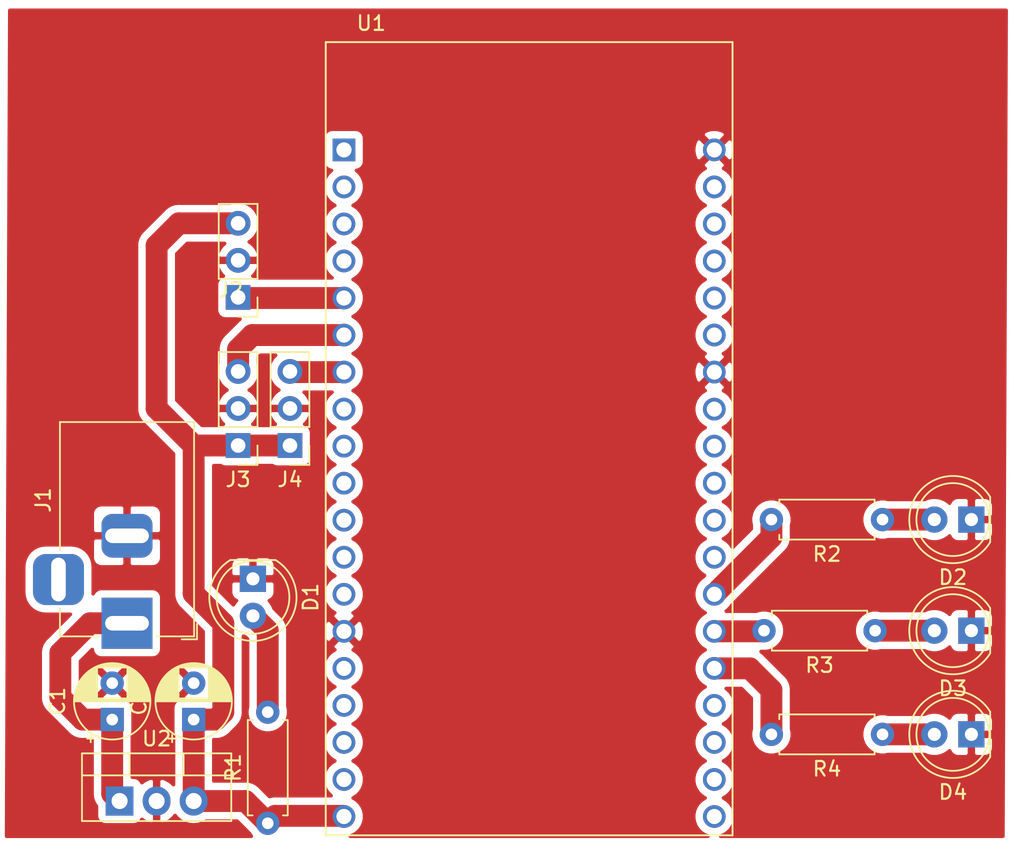
<source format=kicad_pcb>
(kicad_pcb (version 20171130) (host pcbnew "(5.1.12)-1")

  (general
    (thickness 1.6)
    (drawings 5)
    (tracks 43)
    (zones 0)
    (modules 16)
    (nets 14)
  )

  (page A4)
  (layers
    (0 F.Cu signal)
    (31 B.Cu signal)
    (32 B.Adhes user)
    (33 F.Adhes user)
    (34 B.Paste user)
    (35 F.Paste user)
    (36 B.SilkS user)
    (37 F.SilkS user)
    (38 B.Mask user)
    (39 F.Mask user)
    (40 Dwgs.User user)
    (41 Cmts.User user)
    (42 Eco1.User user)
    (43 Eco2.User user)
    (44 Edge.Cuts user)
    (45 Margin user)
    (46 B.CrtYd user)
    (47 F.CrtYd user)
    (48 B.Fab user)
    (49 F.Fab user)
  )

  (setup
    (last_trace_width 1.5)
    (trace_clearance 0.2)
    (zone_clearance 0.508)
    (zone_45_only no)
    (trace_min 0.2)
    (via_size 0.8)
    (via_drill 0.4)
    (via_min_size 0.4)
    (via_min_drill 0.3)
    (uvia_size 0.3)
    (uvia_drill 0.1)
    (uvias_allowed no)
    (uvia_min_size 0.2)
    (uvia_min_drill 0.1)
    (edge_width 0.05)
    (segment_width 0.2)
    (pcb_text_width 0.3)
    (pcb_text_size 1.5 1.5)
    (mod_edge_width 0.12)
    (mod_text_size 1 1)
    (mod_text_width 0.15)
    (pad_size 1.524 1.524)
    (pad_drill 0.762)
    (pad_to_mask_clearance 0)
    (aux_axis_origin 0 0)
    (visible_elements FFFFFF7F)
    (pcbplotparams
      (layerselection 0x010fc_ffffffff)
      (usegerberextensions false)
      (usegerberattributes true)
      (usegerberadvancedattributes true)
      (creategerberjobfile true)
      (excludeedgelayer true)
      (linewidth 0.100000)
      (plotframeref false)
      (viasonmask false)
      (mode 1)
      (useauxorigin false)
      (hpglpennumber 1)
      (hpglpenspeed 20)
      (hpglpendiameter 15.000000)
      (psnegative false)
      (psa4output false)
      (plotreference true)
      (plotvalue true)
      (plotinvisibletext false)
      (padsonsilk false)
      (subtractmaskfromsilk false)
      (outputformat 1)
      (mirror false)
      (drillshape 0)
      (scaleselection 1)
      (outputdirectory "gerber/"))
  )

  (net 0 "")
  (net 1 GND)
  (net 2 "Net-(C1-Pad1)")
  (net 3 VCC)
  (net 4 "Net-(D1-Pad2)")
  (net 5 "Net-(D2-Pad2)")
  (net 6 "Net-(D3-Pad2)")
  (net 7 "Net-(D4-Pad2)")
  (net 8 "Net-(J2-Pad1)")
  (net 9 "Net-(J3-Pad3)")
  (net 10 "Net-(R2-Pad2)")
  (net 11 "Net-(R3-Pad2)")
  (net 12 "Net-(R4-Pad2)")
  (net 13 "Net-(J4-Pad3)")

  (net_class Default "This is the default net class."
    (clearance 0.2)
    (trace_width 1.5)
    (via_dia 0.8)
    (via_drill 0.4)
    (uvia_dia 0.3)
    (uvia_drill 0.1)
    (add_net GND)
    (add_net "Net-(C1-Pad1)")
    (add_net "Net-(D1-Pad2)")
    (add_net "Net-(D2-Pad2)")
    (add_net "Net-(D3-Pad2)")
    (add_net "Net-(D4-Pad2)")
    (add_net "Net-(J2-Pad1)")
    (add_net "Net-(J3-Pad3)")
    (add_net "Net-(J4-Pad3)")
    (add_net "Net-(R2-Pad2)")
    (add_net "Net-(R3-Pad2)")
    (add_net "Net-(R4-Pad2)")
    (add_net VCC)
  )

  (module Connector_PinHeader_2.54mm:PinHeader_1x03_P2.54mm_Vertical (layer F.Cu) (tedit 59FED5CC) (tstamp 6259C5EB)
    (at 135.128 83.312 180)
    (descr "Through hole straight pin header, 1x03, 2.54mm pitch, single row")
    (tags "Through hole pin header THT 1x03 2.54mm single row")
    (path /62715EF7)
    (fp_text reference J4 (at 0 -2.33) (layer F.SilkS)
      (effects (font (size 1 1) (thickness 0.15)))
    )
    (fp_text value C_conn (at 0 7.41) (layer F.Fab)
      (effects (font (size 1 1) (thickness 0.15)))
    )
    (fp_text user %R (at 0 2.54 90) (layer F.Fab)
      (effects (font (size 1 1) (thickness 0.15)))
    )
    (fp_line (start -0.635 -1.27) (end 1.27 -1.27) (layer F.Fab) (width 0.1))
    (fp_line (start 1.27 -1.27) (end 1.27 6.35) (layer F.Fab) (width 0.1))
    (fp_line (start 1.27 6.35) (end -1.27 6.35) (layer F.Fab) (width 0.1))
    (fp_line (start -1.27 6.35) (end -1.27 -0.635) (layer F.Fab) (width 0.1))
    (fp_line (start -1.27 -0.635) (end -0.635 -1.27) (layer F.Fab) (width 0.1))
    (fp_line (start -1.33 6.41) (end 1.33 6.41) (layer F.SilkS) (width 0.12))
    (fp_line (start -1.33 1.27) (end -1.33 6.41) (layer F.SilkS) (width 0.12))
    (fp_line (start 1.33 1.27) (end 1.33 6.41) (layer F.SilkS) (width 0.12))
    (fp_line (start -1.33 1.27) (end 1.33 1.27) (layer F.SilkS) (width 0.12))
    (fp_line (start -1.33 0) (end -1.33 -1.33) (layer F.SilkS) (width 0.12))
    (fp_line (start -1.33 -1.33) (end 0 -1.33) (layer F.SilkS) (width 0.12))
    (fp_line (start -1.8 -1.8) (end -1.8 6.85) (layer F.CrtYd) (width 0.05))
    (fp_line (start -1.8 6.85) (end 1.8 6.85) (layer F.CrtYd) (width 0.05))
    (fp_line (start 1.8 6.85) (end 1.8 -1.8) (layer F.CrtYd) (width 0.05))
    (fp_line (start 1.8 -1.8) (end -1.8 -1.8) (layer F.CrtYd) (width 0.05))
    (pad 3 thru_hole oval (at 0 5.08 180) (size 1.7 1.7) (drill 1) (layers *.Cu *.Mask)
      (net 13 "Net-(J4-Pad3)"))
    (pad 2 thru_hole oval (at 0 2.54 180) (size 1.7 1.7) (drill 1) (layers *.Cu *.Mask)
      (net 1 GND))
    (pad 1 thru_hole rect (at 0 0 180) (size 1.7 1.7) (drill 1) (layers *.Cu *.Mask)
      (net 3 VCC))
    (model ${KISYS3DMOD}/Connector_PinHeader_2.54mm.3dshapes/PinHeader_1x03_P2.54mm_Vertical.wrl
      (at (xyz 0 0 0))
      (scale (xyz 1 1 1))
      (rotate (xyz 0 0 0))
    )
  )

  (module Connector_BarrelJack:BarrelJack_Horizontal (layer F.Cu) (tedit 5A1DBF6A) (tstamp 6259B384)
    (at 123.952 95.504 270)
    (descr "DC Barrel Jack")
    (tags "Power Jack")
    (path /6270A592)
    (fp_text reference J1 (at -8.45 5.75 90) (layer F.SilkS)
      (effects (font (size 1 1) (thickness 0.15)))
    )
    (fp_text value Jack-DC (at -6.2 -5.5 90) (layer F.Fab)
      (effects (font (size 1 1) (thickness 0.15)))
    )
    (fp_text user %R (at -3 -2.95 90) (layer F.Fab)
      (effects (font (size 1 1) (thickness 0.15)))
    )
    (fp_line (start -0.003213 -4.505425) (end 0.8 -3.75) (layer F.Fab) (width 0.1))
    (fp_line (start 1.1 -3.75) (end 1.1 -4.8) (layer F.SilkS) (width 0.12))
    (fp_line (start 0.05 -4.8) (end 1.1 -4.8) (layer F.SilkS) (width 0.12))
    (fp_line (start 1 -4.5) (end 1 -4.75) (layer F.CrtYd) (width 0.05))
    (fp_line (start 1 -4.75) (end -14 -4.75) (layer F.CrtYd) (width 0.05))
    (fp_line (start 1 -4.5) (end 1 -2) (layer F.CrtYd) (width 0.05))
    (fp_line (start 1 -2) (end 2 -2) (layer F.CrtYd) (width 0.05))
    (fp_line (start 2 -2) (end 2 2) (layer F.CrtYd) (width 0.05))
    (fp_line (start 2 2) (end 1 2) (layer F.CrtYd) (width 0.05))
    (fp_line (start 1 2) (end 1 4.75) (layer F.CrtYd) (width 0.05))
    (fp_line (start 1 4.75) (end -1 4.75) (layer F.CrtYd) (width 0.05))
    (fp_line (start -1 4.75) (end -1 6.75) (layer F.CrtYd) (width 0.05))
    (fp_line (start -1 6.75) (end -5 6.75) (layer F.CrtYd) (width 0.05))
    (fp_line (start -5 6.75) (end -5 4.75) (layer F.CrtYd) (width 0.05))
    (fp_line (start -5 4.75) (end -14 4.75) (layer F.CrtYd) (width 0.05))
    (fp_line (start -14 4.75) (end -14 -4.75) (layer F.CrtYd) (width 0.05))
    (fp_line (start -5 4.6) (end -13.8 4.6) (layer F.SilkS) (width 0.12))
    (fp_line (start -13.8 4.6) (end -13.8 -4.6) (layer F.SilkS) (width 0.12))
    (fp_line (start 0.9 1.9) (end 0.9 4.6) (layer F.SilkS) (width 0.12))
    (fp_line (start 0.9 4.6) (end -1 4.6) (layer F.SilkS) (width 0.12))
    (fp_line (start -13.8 -4.6) (end 0.9 -4.6) (layer F.SilkS) (width 0.12))
    (fp_line (start 0.9 -4.6) (end 0.9 -2) (layer F.SilkS) (width 0.12))
    (fp_line (start -10.2 -4.5) (end -10.2 4.5) (layer F.Fab) (width 0.1))
    (fp_line (start -13.7 -4.5) (end -13.7 4.5) (layer F.Fab) (width 0.1))
    (fp_line (start -13.7 4.5) (end 0.8 4.5) (layer F.Fab) (width 0.1))
    (fp_line (start 0.8 4.5) (end 0.8 -3.75) (layer F.Fab) (width 0.1))
    (fp_line (start 0 -4.5) (end -13.7 -4.5) (layer F.Fab) (width 0.1))
    (pad 3 thru_hole roundrect (at -3 4.7 270) (size 3.5 3.5) (drill oval 3 1) (layers *.Cu *.Mask) (roundrect_rratio 0.25))
    (pad 2 thru_hole roundrect (at -6 0 270) (size 3 3.5) (drill oval 1 3) (layers *.Cu *.Mask) (roundrect_rratio 0.25)
      (net 1 GND))
    (pad 1 thru_hole rect (at 0 0 270) (size 3.5 3.5) (drill oval 1 3) (layers *.Cu *.Mask)
      (net 2 "Net-(C1-Pad1)"))
    (model ${KISYS3DMOD}/Connector_BarrelJack.3dshapes/BarrelJack_Horizontal.wrl
      (at (xyz 0 0 0))
      (scale (xyz 1 1 1))
      (rotate (xyz 0 0 0))
    )
  )

  (module Package_TO_SOT_THT:TO-220-3_Vertical (layer F.Cu) (tedit 5AC8BA0D) (tstamp 62599491)
    (at 123.444 107.696)
    (descr "TO-220-3, Vertical, RM 2.54mm, see https://www.vishay.com/docs/66542/to-220-1.pdf")
    (tags "TO-220-3 Vertical RM 2.54mm")
    (path /6259E659)
    (fp_text reference U2 (at 2.54 -4.27) (layer F.SilkS)
      (effects (font (size 1 1) (thickness 0.15)))
    )
    (fp_text value L7805 (at 2.54 2.5) (layer F.Fab)
      (effects (font (size 1 1) (thickness 0.15)))
    )
    (fp_text user %R (at 2.54 -4.27) (layer F.Fab)
      (effects (font (size 1 1) (thickness 0.15)))
    )
    (fp_line (start -2.46 -3.15) (end -2.46 1.25) (layer F.Fab) (width 0.1))
    (fp_line (start -2.46 1.25) (end 7.54 1.25) (layer F.Fab) (width 0.1))
    (fp_line (start 7.54 1.25) (end 7.54 -3.15) (layer F.Fab) (width 0.1))
    (fp_line (start 7.54 -3.15) (end -2.46 -3.15) (layer F.Fab) (width 0.1))
    (fp_line (start -2.46 -1.88) (end 7.54 -1.88) (layer F.Fab) (width 0.1))
    (fp_line (start 0.69 -3.15) (end 0.69 -1.88) (layer F.Fab) (width 0.1))
    (fp_line (start 4.39 -3.15) (end 4.39 -1.88) (layer F.Fab) (width 0.1))
    (fp_line (start -2.58 -3.27) (end 7.66 -3.27) (layer F.SilkS) (width 0.12))
    (fp_line (start -2.58 1.371) (end 7.66 1.371) (layer F.SilkS) (width 0.12))
    (fp_line (start -2.58 -3.27) (end -2.58 1.371) (layer F.SilkS) (width 0.12))
    (fp_line (start 7.66 -3.27) (end 7.66 1.371) (layer F.SilkS) (width 0.12))
    (fp_line (start -2.58 -1.76) (end 7.66 -1.76) (layer F.SilkS) (width 0.12))
    (fp_line (start 0.69 -3.27) (end 0.69 -1.76) (layer F.SilkS) (width 0.12))
    (fp_line (start 4.391 -3.27) (end 4.391 -1.76) (layer F.SilkS) (width 0.12))
    (fp_line (start -2.71 -3.4) (end -2.71 1.51) (layer F.CrtYd) (width 0.05))
    (fp_line (start -2.71 1.51) (end 7.79 1.51) (layer F.CrtYd) (width 0.05))
    (fp_line (start 7.79 1.51) (end 7.79 -3.4) (layer F.CrtYd) (width 0.05))
    (fp_line (start 7.79 -3.4) (end -2.71 -3.4) (layer F.CrtYd) (width 0.05))
    (pad 3 thru_hole oval (at 5.08 0) (size 1.905 2) (drill 1.1) (layers *.Cu *.Mask)
      (net 3 VCC))
    (pad 2 thru_hole oval (at 2.54 0) (size 1.905 2) (drill 1.1) (layers *.Cu *.Mask)
      (net 1 GND))
    (pad 1 thru_hole rect (at 0 0) (size 1.905 2) (drill 1.1) (layers *.Cu *.Mask)
      (net 2 "Net-(C1-Pad1)"))
    (model ${KISYS3DMOD}/Package_TO_SOT_THT.3dshapes/TO-220-3_Vertical.wrl
      (at (xyz 0 0 0))
      (scale (xyz 1 1 1))
      (rotate (xyz 0 0 0))
    )
  )

  (module ESP32-DEVKITC-32D:MODULE_ESP32-DEVKITC-32D (layer F.Cu) (tedit 62560D48) (tstamp 62599477)
    (at 151.532001 82.797001)
    (path /626DAAD6)
    (fp_text reference U1 (at -10.829175 -28.446045) (layer F.SilkS)
      (effects (font (size 1.000386 1.000386) (thickness 0.15)))
    )
    (fp_text value ESP32-DEVKITC-32D (at 1.24136 28.294535) (layer F.Fab)
      (effects (font (size 1.001047 1.001047) (thickness 0.15)))
    )
    (fp_line (start -13.95 -27.15) (end 13.95 -27.15) (layer F.Fab) (width 0.127))
    (fp_line (start 13.95 -27.15) (end 13.95 27.25) (layer F.Fab) (width 0.127))
    (fp_line (start 13.95 27.25) (end -13.95 27.25) (layer F.Fab) (width 0.127))
    (fp_line (start -13.95 27.25) (end -13.95 -27.15) (layer F.Fab) (width 0.127))
    (fp_line (start -13.95 27.25) (end -13.95 -27.15) (layer F.SilkS) (width 0.127))
    (fp_line (start -13.95 -27.15) (end 13.95 -27.15) (layer F.SilkS) (width 0.127))
    (fp_line (start 13.95 -27.15) (end 13.95 27.25) (layer F.SilkS) (width 0.127))
    (fp_line (start 13.95 27.25) (end -13.95 27.25) (layer F.SilkS) (width 0.127))
    (fp_line (start -14.2 -27.4) (end 14.2 -27.4) (layer F.CrtYd) (width 0.05))
    (fp_line (start 14.2 -27.4) (end 14.2 27.5) (layer F.CrtYd) (width 0.05))
    (fp_line (start 14.2 27.5) (end -14.2 27.5) (layer F.CrtYd) (width 0.05))
    (fp_line (start -14.2 27.5) (end -14.2 -27.4) (layer F.CrtYd) (width 0.05))
    (fp_circle (center -14.6 -19.9) (end -14.46 -19.9) (layer F.Fab) (width 0.28))
    (fp_circle (center -14.6 -19.9) (end -14.46 -19.9) (layer F.Fab) (width 0.28))
    (pad 38 thru_hole circle (at 12.7 25.96) (size 1.56 1.56) (drill 1.04) (layers *.Cu *.Mask))
    (pad 37 thru_hole circle (at 12.7 23.42) (size 1.56 1.56) (drill 1.04) (layers *.Cu *.Mask))
    (pad 36 thru_hole circle (at 12.7 20.88) (size 1.56 1.56) (drill 1.04) (layers *.Cu *.Mask))
    (pad 35 thru_hole circle (at 12.7 18.34) (size 1.56 1.56) (drill 1.04) (layers *.Cu *.Mask))
    (pad 34 thru_hole circle (at 12.7 15.8) (size 1.56 1.56) (drill 1.04) (layers *.Cu *.Mask)
      (net 12 "Net-(R4-Pad2)"))
    (pad 33 thru_hole circle (at 12.7 13.26) (size 1.56 1.56) (drill 1.04) (layers *.Cu *.Mask)
      (net 11 "Net-(R3-Pad2)"))
    (pad 32 thru_hole circle (at 12.7 10.72) (size 1.56 1.56) (drill 1.04) (layers *.Cu *.Mask)
      (net 10 "Net-(R2-Pad2)"))
    (pad 31 thru_hole circle (at 12.7 8.18) (size 1.56 1.56) (drill 1.04) (layers *.Cu *.Mask))
    (pad 30 thru_hole circle (at 12.7 5.64) (size 1.56 1.56) (drill 1.04) (layers *.Cu *.Mask))
    (pad 29 thru_hole circle (at 12.7 3.1) (size 1.56 1.56) (drill 1.04) (layers *.Cu *.Mask))
    (pad 28 thru_hole circle (at 12.7 0.56) (size 1.56 1.56) (drill 1.04) (layers *.Cu *.Mask))
    (pad 27 thru_hole circle (at 12.7 -1.98) (size 1.56 1.56) (drill 1.04) (layers *.Cu *.Mask))
    (pad 26 thru_hole circle (at 12.7 -4.52) (size 1.56 1.56) (drill 1.04) (layers *.Cu *.Mask)
      (net 1 GND))
    (pad 25 thru_hole circle (at 12.7 -7.06) (size 1.56 1.56) (drill 1.04) (layers *.Cu *.Mask))
    (pad 24 thru_hole circle (at 12.7 -9.6) (size 1.56 1.56) (drill 1.04) (layers *.Cu *.Mask))
    (pad 23 thru_hole circle (at 12.7 -12.14) (size 1.56 1.56) (drill 1.04) (layers *.Cu *.Mask))
    (pad 22 thru_hole circle (at 12.7 -14.68) (size 1.56 1.56) (drill 1.04) (layers *.Cu *.Mask))
    (pad 21 thru_hole circle (at 12.7 -17.22) (size 1.56 1.56) (drill 1.04) (layers *.Cu *.Mask))
    (pad 20 thru_hole circle (at 12.7 -19.76) (size 1.56 1.56) (drill 1.04) (layers *.Cu *.Mask)
      (net 1 GND))
    (pad 18 thru_hole circle (at -12.7 23.42) (size 1.56 1.56) (drill 1.04) (layers *.Cu *.Mask))
    (pad 17 thru_hole circle (at -12.7 20.88) (size 1.56 1.56) (drill 1.04) (layers *.Cu *.Mask))
    (pad 16 thru_hole circle (at -12.7 18.34) (size 1.56 1.56) (drill 1.04) (layers *.Cu *.Mask))
    (pad 15 thru_hole circle (at -12.7 15.8) (size 1.56 1.56) (drill 1.04) (layers *.Cu *.Mask))
    (pad 14 thru_hole circle (at -12.7 13.26) (size 1.56 1.56) (drill 1.04) (layers *.Cu *.Mask)
      (net 1 GND))
    (pad 13 thru_hole circle (at -12.7 10.72) (size 1.56 1.56) (drill 1.04) (layers *.Cu *.Mask))
    (pad 12 thru_hole circle (at -12.7 8.18) (size 1.56 1.56) (drill 1.04) (layers *.Cu *.Mask))
    (pad 11 thru_hole circle (at -12.7 5.64) (size 1.56 1.56) (drill 1.04) (layers *.Cu *.Mask))
    (pad 10 thru_hole circle (at -12.7 3.1) (size 1.56 1.56) (drill 1.04) (layers *.Cu *.Mask))
    (pad 9 thru_hole circle (at -12.7 0.56) (size 1.56 1.56) (drill 1.04) (layers *.Cu *.Mask))
    (pad 8 thru_hole circle (at -12.7 -1.98) (size 1.56 1.56) (drill 1.04) (layers *.Cu *.Mask))
    (pad 7 thru_hole circle (at -12.7 -4.52) (size 1.56 1.56) (drill 1.04) (layers *.Cu *.Mask)
      (net 13 "Net-(J4-Pad3)"))
    (pad 6 thru_hole circle (at -12.7 -7.06) (size 1.56 1.56) (drill 1.04) (layers *.Cu *.Mask)
      (net 9 "Net-(J3-Pad3)"))
    (pad 5 thru_hole circle (at -12.7 -9.6) (size 1.56 1.56) (drill 1.04) (layers *.Cu *.Mask)
      (net 8 "Net-(J2-Pad1)"))
    (pad 4 thru_hole circle (at -12.7 -12.14) (size 1.56 1.56) (drill 1.04) (layers *.Cu *.Mask))
    (pad 3 thru_hole circle (at -12.7 -14.68) (size 1.56 1.56) (drill 1.04) (layers *.Cu *.Mask))
    (pad 19 thru_hole circle (at -12.7 25.96) (size 1.56 1.56) (drill 1.04) (layers *.Cu *.Mask)
      (net 3 VCC))
    (pad 2 thru_hole circle (at -12.7 -17.22) (size 1.56 1.56) (drill 1.04) (layers *.Cu *.Mask))
    (pad 1 thru_hole rect (at -12.7 -19.76) (size 1.56 1.56) (drill 1.04) (layers *.Cu *.Mask))
  )

  (module Resistor_THT:R_Axial_DIN0207_L6.3mm_D2.5mm_P7.62mm_Horizontal (layer F.Cu) (tedit 5AE5139B) (tstamp 6259943F)
    (at 175.768 103.124 180)
    (descr "Resistor, Axial_DIN0207 series, Axial, Horizontal, pin pitch=7.62mm, 0.25W = 1/4W, length*diameter=6.3*2.5mm^2, http://cdn-reichelt.de/documents/datenblatt/B400/1_4W%23YAG.pdf")
    (tags "Resistor Axial_DIN0207 series Axial Horizontal pin pitch 7.62mm 0.25W = 1/4W length 6.3mm diameter 2.5mm")
    (path /625A7414)
    (fp_text reference R4 (at 3.81 -2.37) (layer F.SilkS)
      (effects (font (size 1 1) (thickness 0.15)))
    )
    (fp_text value 330R (at 3.81 2.37) (layer F.Fab)
      (effects (font (size 1 1) (thickness 0.15)))
    )
    (fp_text user %R (at 3.81 0) (layer F.Fab)
      (effects (font (size 1 1) (thickness 0.15)))
    )
    (fp_line (start 0.66 -1.25) (end 0.66 1.25) (layer F.Fab) (width 0.1))
    (fp_line (start 0.66 1.25) (end 6.96 1.25) (layer F.Fab) (width 0.1))
    (fp_line (start 6.96 1.25) (end 6.96 -1.25) (layer F.Fab) (width 0.1))
    (fp_line (start 6.96 -1.25) (end 0.66 -1.25) (layer F.Fab) (width 0.1))
    (fp_line (start 0 0) (end 0.66 0) (layer F.Fab) (width 0.1))
    (fp_line (start 7.62 0) (end 6.96 0) (layer F.Fab) (width 0.1))
    (fp_line (start 0.54 -1.04) (end 0.54 -1.37) (layer F.SilkS) (width 0.12))
    (fp_line (start 0.54 -1.37) (end 7.08 -1.37) (layer F.SilkS) (width 0.12))
    (fp_line (start 7.08 -1.37) (end 7.08 -1.04) (layer F.SilkS) (width 0.12))
    (fp_line (start 0.54 1.04) (end 0.54 1.37) (layer F.SilkS) (width 0.12))
    (fp_line (start 0.54 1.37) (end 7.08 1.37) (layer F.SilkS) (width 0.12))
    (fp_line (start 7.08 1.37) (end 7.08 1.04) (layer F.SilkS) (width 0.12))
    (fp_line (start -1.05 -1.5) (end -1.05 1.5) (layer F.CrtYd) (width 0.05))
    (fp_line (start -1.05 1.5) (end 8.67 1.5) (layer F.CrtYd) (width 0.05))
    (fp_line (start 8.67 1.5) (end 8.67 -1.5) (layer F.CrtYd) (width 0.05))
    (fp_line (start 8.67 -1.5) (end -1.05 -1.5) (layer F.CrtYd) (width 0.05))
    (pad 2 thru_hole oval (at 7.62 0 180) (size 1.6 1.6) (drill 0.8) (layers *.Cu *.Mask)
      (net 12 "Net-(R4-Pad2)"))
    (pad 1 thru_hole circle (at 0 0 180) (size 1.6 1.6) (drill 0.8) (layers *.Cu *.Mask)
      (net 7 "Net-(D4-Pad2)"))
    (model ${KISYS3DMOD}/Resistor_THT.3dshapes/R_Axial_DIN0207_L6.3mm_D2.5mm_P7.62mm_Horizontal.wrl
      (at (xyz 0 0 0))
      (scale (xyz 1 1 1))
      (rotate (xyz 0 0 0))
    )
  )

  (module Resistor_THT:R_Axial_DIN0207_L6.3mm_D2.5mm_P7.62mm_Horizontal (layer F.Cu) (tedit 5AE5139B) (tstamp 62599428)
    (at 175.26 96.012 180)
    (descr "Resistor, Axial_DIN0207 series, Axial, Horizontal, pin pitch=7.62mm, 0.25W = 1/4W, length*diameter=6.3*2.5mm^2, http://cdn-reichelt.de/documents/datenblatt/B400/1_4W%23YAG.pdf")
    (tags "Resistor Axial_DIN0207 series Axial Horizontal pin pitch 7.62mm 0.25W = 1/4W length 6.3mm diameter 2.5mm")
    (path /625ABFC0)
    (fp_text reference R3 (at 3.81 -2.37) (layer F.SilkS)
      (effects (font (size 1 1) (thickness 0.15)))
    )
    (fp_text value 330R (at 3.81 2.37) (layer F.Fab)
      (effects (font (size 1 1) (thickness 0.15)))
    )
    (fp_text user %R (at 4.018999 0) (layer F.Fab)
      (effects (font (size 1 1) (thickness 0.15)))
    )
    (fp_line (start 0.66 -1.25) (end 0.66 1.25) (layer F.Fab) (width 0.1))
    (fp_line (start 0.66 1.25) (end 6.96 1.25) (layer F.Fab) (width 0.1))
    (fp_line (start 6.96 1.25) (end 6.96 -1.25) (layer F.Fab) (width 0.1))
    (fp_line (start 6.96 -1.25) (end 0.66 -1.25) (layer F.Fab) (width 0.1))
    (fp_line (start 0 0) (end 0.66 0) (layer F.Fab) (width 0.1))
    (fp_line (start 7.62 0) (end 6.96 0) (layer F.Fab) (width 0.1))
    (fp_line (start 0.54 -1.04) (end 0.54 -1.37) (layer F.SilkS) (width 0.12))
    (fp_line (start 0.54 -1.37) (end 7.08 -1.37) (layer F.SilkS) (width 0.12))
    (fp_line (start 7.08 -1.37) (end 7.08 -1.04) (layer F.SilkS) (width 0.12))
    (fp_line (start 0.54 1.04) (end 0.54 1.37) (layer F.SilkS) (width 0.12))
    (fp_line (start 0.54 1.37) (end 7.08 1.37) (layer F.SilkS) (width 0.12))
    (fp_line (start 7.08 1.37) (end 7.08 1.04) (layer F.SilkS) (width 0.12))
    (fp_line (start -1.05 -1.5) (end -1.05 1.5) (layer F.CrtYd) (width 0.05))
    (fp_line (start -1.05 1.5) (end 8.67 1.5) (layer F.CrtYd) (width 0.05))
    (fp_line (start 8.67 1.5) (end 8.67 -1.5) (layer F.CrtYd) (width 0.05))
    (fp_line (start 8.67 -1.5) (end -1.05 -1.5) (layer F.CrtYd) (width 0.05))
    (pad 2 thru_hole oval (at 7.62 0 180) (size 1.6 1.6) (drill 0.8) (layers *.Cu *.Mask)
      (net 11 "Net-(R3-Pad2)"))
    (pad 1 thru_hole circle (at 0 0 180) (size 1.6 1.6) (drill 0.8) (layers *.Cu *.Mask)
      (net 6 "Net-(D3-Pad2)"))
    (model ${KISYS3DMOD}/Resistor_THT.3dshapes/R_Axial_DIN0207_L6.3mm_D2.5mm_P7.62mm_Horizontal.wrl
      (at (xyz 0 0 0))
      (scale (xyz 1 1 1))
      (rotate (xyz 0 0 0))
    )
  )

  (module Resistor_THT:R_Axial_DIN0207_L6.3mm_D2.5mm_P7.62mm_Horizontal (layer F.Cu) (tedit 5AE5139B) (tstamp 62599411)
    (at 175.768 88.392 180)
    (descr "Resistor, Axial_DIN0207 series, Axial, Horizontal, pin pitch=7.62mm, 0.25W = 1/4W, length*diameter=6.3*2.5mm^2, http://cdn-reichelt.de/documents/datenblatt/B400/1_4W%23YAG.pdf")
    (tags "Resistor Axial_DIN0207 series Axial Horizontal pin pitch 7.62mm 0.25W = 1/4W length 6.3mm diameter 2.5mm")
    (path /625AC59C)
    (fp_text reference R2 (at 3.81 -2.37) (layer F.SilkS)
      (effects (font (size 1 1) (thickness 0.15)))
    )
    (fp_text value 330R (at 3.81 2.37) (layer F.Fab)
      (effects (font (size 1 1) (thickness 0.15)))
    )
    (fp_text user %R (at 2.628999 -0.001001) (layer F.Fab)
      (effects (font (size 1 1) (thickness 0.15)))
    )
    (fp_line (start 0.66 -1.25) (end 0.66 1.25) (layer F.Fab) (width 0.1))
    (fp_line (start 0.66 1.25) (end 6.96 1.25) (layer F.Fab) (width 0.1))
    (fp_line (start 6.96 1.25) (end 6.96 -1.25) (layer F.Fab) (width 0.1))
    (fp_line (start 6.96 -1.25) (end 0.66 -1.25) (layer F.Fab) (width 0.1))
    (fp_line (start 0 0) (end 0.66 0) (layer F.Fab) (width 0.1))
    (fp_line (start 7.62 0) (end 6.96 0) (layer F.Fab) (width 0.1))
    (fp_line (start 0.54 -1.04) (end 0.54 -1.37) (layer F.SilkS) (width 0.12))
    (fp_line (start 0.54 -1.37) (end 7.08 -1.37) (layer F.SilkS) (width 0.12))
    (fp_line (start 7.08 -1.37) (end 7.08 -1.04) (layer F.SilkS) (width 0.12))
    (fp_line (start 0.54 1.04) (end 0.54 1.37) (layer F.SilkS) (width 0.12))
    (fp_line (start 0.54 1.37) (end 7.08 1.37) (layer F.SilkS) (width 0.12))
    (fp_line (start 7.08 1.37) (end 7.08 1.04) (layer F.SilkS) (width 0.12))
    (fp_line (start -1.05 -1.5) (end -1.05 1.5) (layer F.CrtYd) (width 0.05))
    (fp_line (start -1.05 1.5) (end 8.67 1.5) (layer F.CrtYd) (width 0.05))
    (fp_line (start 8.67 1.5) (end 8.67 -1.5) (layer F.CrtYd) (width 0.05))
    (fp_line (start 8.67 -1.5) (end -1.05 -1.5) (layer F.CrtYd) (width 0.05))
    (pad 2 thru_hole oval (at 7.62 0 180) (size 1.6 1.6) (drill 0.8) (layers *.Cu *.Mask)
      (net 10 "Net-(R2-Pad2)"))
    (pad 1 thru_hole circle (at 0 0 180) (size 1.6 1.6) (drill 0.8) (layers *.Cu *.Mask)
      (net 5 "Net-(D2-Pad2)"))
    (model ${KISYS3DMOD}/Resistor_THT.3dshapes/R_Axial_DIN0207_L6.3mm_D2.5mm_P7.62mm_Horizontal.wrl
      (at (xyz 0 0 0))
      (scale (xyz 1 1 1))
      (rotate (xyz 0 0 0))
    )
  )

  (module Resistor_THT:R_Axial_DIN0207_L6.3mm_D2.5mm_P7.62mm_Horizontal (layer F.Cu) (tedit 5AE5139B) (tstamp 625993FA)
    (at 133.604 109.22 90)
    (descr "Resistor, Axial_DIN0207 series, Axial, Horizontal, pin pitch=7.62mm, 0.25W = 1/4W, length*diameter=6.3*2.5mm^2, http://cdn-reichelt.de/documents/datenblatt/B400/1_4W%23YAG.pdf")
    (tags "Resistor Axial_DIN0207 series Axial Horizontal pin pitch 7.62mm 0.25W = 1/4W length 6.3mm diameter 2.5mm")
    (path /625A58D8)
    (fp_text reference R1 (at 3.81 -2.37 90) (layer F.SilkS)
      (effects (font (size 1 1) (thickness 0.15)))
    )
    (fp_text value R_Small (at 3.81 2.37 90) (layer F.Fab)
      (effects (font (size 1 1) (thickness 0.15)))
    )
    (fp_text user %R (at 3.81 0 90) (layer F.Fab)
      (effects (font (size 1 1) (thickness 0.15)))
    )
    (fp_line (start 0.66 -1.25) (end 0.66 1.25) (layer F.Fab) (width 0.1))
    (fp_line (start 0.66 1.25) (end 6.96 1.25) (layer F.Fab) (width 0.1))
    (fp_line (start 6.96 1.25) (end 6.96 -1.25) (layer F.Fab) (width 0.1))
    (fp_line (start 6.96 -1.25) (end 0.66 -1.25) (layer F.Fab) (width 0.1))
    (fp_line (start 0 0) (end 0.66 0) (layer F.Fab) (width 0.1))
    (fp_line (start 7.62 0) (end 6.96 0) (layer F.Fab) (width 0.1))
    (fp_line (start 0.54 -1.04) (end 0.54 -1.37) (layer F.SilkS) (width 0.12))
    (fp_line (start 0.54 -1.37) (end 7.08 -1.37) (layer F.SilkS) (width 0.12))
    (fp_line (start 7.08 -1.37) (end 7.08 -1.04) (layer F.SilkS) (width 0.12))
    (fp_line (start 0.54 1.04) (end 0.54 1.37) (layer F.SilkS) (width 0.12))
    (fp_line (start 0.54 1.37) (end 7.08 1.37) (layer F.SilkS) (width 0.12))
    (fp_line (start 7.08 1.37) (end 7.08 1.04) (layer F.SilkS) (width 0.12))
    (fp_line (start -1.05 -1.5) (end -1.05 1.5) (layer F.CrtYd) (width 0.05))
    (fp_line (start -1.05 1.5) (end 8.67 1.5) (layer F.CrtYd) (width 0.05))
    (fp_line (start 8.67 1.5) (end 8.67 -1.5) (layer F.CrtYd) (width 0.05))
    (fp_line (start 8.67 -1.5) (end -1.05 -1.5) (layer F.CrtYd) (width 0.05))
    (pad 2 thru_hole oval (at 7.62 0 90) (size 1.6 1.6) (drill 0.8) (layers *.Cu *.Mask)
      (net 4 "Net-(D1-Pad2)"))
    (pad 1 thru_hole circle (at 0 0 90) (size 1.6 1.6) (drill 0.8) (layers *.Cu *.Mask)
      (net 3 VCC))
    (model ${KISYS3DMOD}/Resistor_THT.3dshapes/R_Axial_DIN0207_L6.3mm_D2.5mm_P7.62mm_Horizontal.wrl
      (at (xyz 0 0 0))
      (scale (xyz 1 1 1))
      (rotate (xyz 0 0 0))
    )
  )

  (module Connector_PinHeader_2.54mm:PinHeader_1x03_P2.54mm_Vertical (layer F.Cu) (tedit 59FED5CC) (tstamp 625993E3)
    (at 131.572 83.312 180)
    (descr "Through hole straight pin header, 1x03, 2.54mm pitch, single row")
    (tags "Through hole pin header THT 1x03 2.54mm single row")
    (path /6259232C)
    (fp_text reference J3 (at 0 -2.33) (layer F.SilkS)
      (effects (font (size 1 1) (thickness 0.15)))
    )
    (fp_text value V_conn (at 0 7.41) (layer F.Fab)
      (effects (font (size 1 1) (thickness 0.15)))
    )
    (fp_text user %R (at 0 2.54 90) (layer F.Fab)
      (effects (font (size 1 1) (thickness 0.15)))
    )
    (fp_line (start -0.635 -1.27) (end 1.27 -1.27) (layer F.Fab) (width 0.1))
    (fp_line (start 1.27 -1.27) (end 1.27 6.35) (layer F.Fab) (width 0.1))
    (fp_line (start 1.27 6.35) (end -1.27 6.35) (layer F.Fab) (width 0.1))
    (fp_line (start -1.27 6.35) (end -1.27 -0.635) (layer F.Fab) (width 0.1))
    (fp_line (start -1.27 -0.635) (end -0.635 -1.27) (layer F.Fab) (width 0.1))
    (fp_line (start -1.33 6.41) (end 1.33 6.41) (layer F.SilkS) (width 0.12))
    (fp_line (start -1.33 1.27) (end -1.33 6.41) (layer F.SilkS) (width 0.12))
    (fp_line (start 1.33 1.27) (end 1.33 6.41) (layer F.SilkS) (width 0.12))
    (fp_line (start -1.33 1.27) (end 1.33 1.27) (layer F.SilkS) (width 0.12))
    (fp_line (start -1.33 0) (end -1.33 -1.33) (layer F.SilkS) (width 0.12))
    (fp_line (start -1.33 -1.33) (end 0 -1.33) (layer F.SilkS) (width 0.12))
    (fp_line (start -1.8 -1.8) (end -1.8 6.85) (layer F.CrtYd) (width 0.05))
    (fp_line (start -1.8 6.85) (end 1.8 6.85) (layer F.CrtYd) (width 0.05))
    (fp_line (start 1.8 6.85) (end 1.8 -1.8) (layer F.CrtYd) (width 0.05))
    (fp_line (start 1.8 -1.8) (end -1.8 -1.8) (layer F.CrtYd) (width 0.05))
    (pad 3 thru_hole oval (at 0 5.08 180) (size 1.7 1.7) (drill 1) (layers *.Cu *.Mask)
      (net 9 "Net-(J3-Pad3)"))
    (pad 2 thru_hole oval (at 0 2.54 180) (size 1.7 1.7) (drill 1) (layers *.Cu *.Mask)
      (net 1 GND))
    (pad 1 thru_hole rect (at 0 0 180) (size 1.7 1.7) (drill 1) (layers *.Cu *.Mask)
      (net 3 VCC))
    (model ${KISYS3DMOD}/Connector_PinHeader_2.54mm.3dshapes/PinHeader_1x03_P2.54mm_Vertical.wrl
      (at (xyz 0 0 0))
      (scale (xyz 1 1 1))
      (rotate (xyz 0 0 0))
    )
  )

  (module Connector_PinHeader_2.54mm:PinHeader_1x03_P2.54mm_Vertical (layer F.Cu) (tedit 59FED5CC) (tstamp 625993CC)
    (at 131.572 73.152 180)
    (descr "Through hole straight pin header, 1x03, 2.54mm pitch, single row")
    (tags "Through hole pin header THT 1x03 2.54mm single row")
    (path /625919C6)
    (fp_text reference J2 (at 0.508 0.508) (layer F.SilkS)
      (effects (font (size 1 1) (thickness 0.15)))
    )
    (fp_text value C_conn (at 0 7.41) (layer F.Fab)
      (effects (font (size 1 1) (thickness 0.15)))
    )
    (fp_text user %R (at 0 2.54 90) (layer F.Fab)
      (effects (font (size 1 1) (thickness 0.15)))
    )
    (fp_line (start -0.635 -1.27) (end 1.27 -1.27) (layer F.Fab) (width 0.1))
    (fp_line (start 1.27 -1.27) (end 1.27 6.35) (layer F.Fab) (width 0.1))
    (fp_line (start 1.27 6.35) (end -1.27 6.35) (layer F.Fab) (width 0.1))
    (fp_line (start -1.27 6.35) (end -1.27 -0.635) (layer F.Fab) (width 0.1))
    (fp_line (start -1.27 -0.635) (end -0.635 -1.27) (layer F.Fab) (width 0.1))
    (fp_line (start -1.33 6.41) (end 1.33 6.41) (layer F.SilkS) (width 0.12))
    (fp_line (start -1.33 1.27) (end -1.33 6.41) (layer F.SilkS) (width 0.12))
    (fp_line (start 1.33 1.27) (end 1.33 6.41) (layer F.SilkS) (width 0.12))
    (fp_line (start -1.33 1.27) (end 1.33 1.27) (layer F.SilkS) (width 0.12))
    (fp_line (start -1.33 0) (end -1.33 -1.33) (layer F.SilkS) (width 0.12))
    (fp_line (start -1.33 -1.33) (end 0 -1.33) (layer F.SilkS) (width 0.12))
    (fp_line (start -1.8 -1.8) (end -1.8 6.85) (layer F.CrtYd) (width 0.05))
    (fp_line (start -1.8 6.85) (end 1.8 6.85) (layer F.CrtYd) (width 0.05))
    (fp_line (start 1.8 6.85) (end 1.8 -1.8) (layer F.CrtYd) (width 0.05))
    (fp_line (start 1.8 -1.8) (end -1.8 -1.8) (layer F.CrtYd) (width 0.05))
    (pad 3 thru_hole oval (at 0 5.08 180) (size 1.7 1.7) (drill 1) (layers *.Cu *.Mask)
      (net 3 VCC))
    (pad 2 thru_hole oval (at 0 2.54 180) (size 1.7 1.7) (drill 1) (layers *.Cu *.Mask)
      (net 1 GND))
    (pad 1 thru_hole rect (at 0 0 180) (size 1.7 1.7) (drill 1) (layers *.Cu *.Mask)
      (net 8 "Net-(J2-Pad1)"))
    (model ${KISYS3DMOD}/Connector_PinHeader_2.54mm.3dshapes/PinHeader_1x03_P2.54mm_Vertical.wrl
      (at (xyz 0 0 0))
      (scale (xyz 1 1 1))
      (rotate (xyz 0 0 0))
    )
  )

  (module LED_THT:LED_D5.0mm (layer F.Cu) (tedit 5995936A) (tstamp 62599389)
    (at 181.864 103.124 180)
    (descr "LED, diameter 5.0mm, 2 pins, http://cdn-reichelt.de/documents/datenblatt/A500/LL-504BC2E-009.pdf")
    (tags "LED diameter 5.0mm 2 pins")
    (path /625A77BE)
    (fp_text reference D4 (at 1.27 -3.96) (layer F.SilkS)
      (effects (font (size 1 1) (thickness 0.15)))
    )
    (fp_text value LED (at 1.27 3.96) (layer F.Fab)
      (effects (font (size 1 1) (thickness 0.15)))
    )
    (fp_text user %R (at 1.25 0) (layer F.Fab)
      (effects (font (size 0.8 0.8) (thickness 0.2)))
    )
    (fp_arc (start 1.27 0) (end -1.29 1.54483) (angle -148.9) (layer F.SilkS) (width 0.12))
    (fp_arc (start 1.27 0) (end -1.29 -1.54483) (angle 148.9) (layer F.SilkS) (width 0.12))
    (fp_arc (start 1.27 0) (end -1.23 -1.469694) (angle 299.1) (layer F.Fab) (width 0.1))
    (fp_circle (center 1.27 0) (end 3.77 0) (layer F.Fab) (width 0.1))
    (fp_circle (center 1.27 0) (end 3.77 0) (layer F.SilkS) (width 0.12))
    (fp_line (start -1.23 -1.469694) (end -1.23 1.469694) (layer F.Fab) (width 0.1))
    (fp_line (start -1.29 -1.545) (end -1.29 1.545) (layer F.SilkS) (width 0.12))
    (fp_line (start -1.95 -3.25) (end -1.95 3.25) (layer F.CrtYd) (width 0.05))
    (fp_line (start -1.95 3.25) (end 4.5 3.25) (layer F.CrtYd) (width 0.05))
    (fp_line (start 4.5 3.25) (end 4.5 -3.25) (layer F.CrtYd) (width 0.05))
    (fp_line (start 4.5 -3.25) (end -1.95 -3.25) (layer F.CrtYd) (width 0.05))
    (pad 2 thru_hole circle (at 2.54 0 180) (size 1.8 1.8) (drill 0.9) (layers *.Cu *.Mask)
      (net 7 "Net-(D4-Pad2)"))
    (pad 1 thru_hole rect (at 0 0 180) (size 1.8 1.8) (drill 0.9) (layers *.Cu *.Mask)
      (net 1 GND))
    (model ${KISYS3DMOD}/LED_THT.3dshapes/LED_D5.0mm.wrl
      (at (xyz 0 0 0))
      (scale (xyz 1 1 1))
      (rotate (xyz 0 0 0))
    )
  )

  (module LED_THT:LED_D5.0mm (layer F.Cu) (tedit 5995936A) (tstamp 62599377)
    (at 181.864 96.012 180)
    (descr "LED, diameter 5.0mm, 2 pins, http://cdn-reichelt.de/documents/datenblatt/A500/LL-504BC2E-009.pdf")
    (tags "LED diameter 5.0mm 2 pins")
    (path /625AE19A)
    (fp_text reference D3 (at 1.27 -3.96) (layer F.SilkS)
      (effects (font (size 1 1) (thickness 0.15)))
    )
    (fp_text value LED (at 1.27 3.96) (layer F.Fab)
      (effects (font (size 1 1) (thickness 0.15)))
    )
    (fp_text user %R (at 1.25 0) (layer F.Fab)
      (effects (font (size 0.8 0.8) (thickness 0.2)))
    )
    (fp_arc (start 1.27 0) (end -1.29 1.54483) (angle -148.9) (layer F.SilkS) (width 0.12))
    (fp_arc (start 1.27 0) (end -1.29 -1.54483) (angle 148.9) (layer F.SilkS) (width 0.12))
    (fp_arc (start 1.27 0) (end -1.23 -1.469694) (angle 299.1) (layer F.Fab) (width 0.1))
    (fp_circle (center 1.27 0) (end 3.77 0) (layer F.Fab) (width 0.1))
    (fp_circle (center 1.27 0) (end 3.77 0) (layer F.SilkS) (width 0.12))
    (fp_line (start -1.23 -1.469694) (end -1.23 1.469694) (layer F.Fab) (width 0.1))
    (fp_line (start -1.29 -1.545) (end -1.29 1.545) (layer F.SilkS) (width 0.12))
    (fp_line (start -1.95 -3.25) (end -1.95 3.25) (layer F.CrtYd) (width 0.05))
    (fp_line (start -1.95 3.25) (end 4.5 3.25) (layer F.CrtYd) (width 0.05))
    (fp_line (start 4.5 3.25) (end 4.5 -3.25) (layer F.CrtYd) (width 0.05))
    (fp_line (start 4.5 -3.25) (end -1.95 -3.25) (layer F.CrtYd) (width 0.05))
    (pad 2 thru_hole circle (at 2.54 0 180) (size 1.8 1.8) (drill 0.9) (layers *.Cu *.Mask)
      (net 6 "Net-(D3-Pad2)"))
    (pad 1 thru_hole rect (at 0 0 180) (size 1.8 1.8) (drill 0.9) (layers *.Cu *.Mask)
      (net 1 GND))
    (model ${KISYS3DMOD}/LED_THT.3dshapes/LED_D5.0mm.wrl
      (at (xyz 0 0 0))
      (scale (xyz 1 1 1))
      (rotate (xyz 0 0 0))
    )
  )

  (module LED_THT:LED_D5.0mm (layer F.Cu) (tedit 5995936A) (tstamp 62599365)
    (at 181.864 88.392 180)
    (descr "LED, diameter 5.0mm, 2 pins, http://cdn-reichelt.de/documents/datenblatt/A500/LL-504BC2E-009.pdf")
    (tags "LED diameter 5.0mm 2 pins")
    (path /625AE469)
    (fp_text reference D2 (at 1.27 -3.96) (layer F.SilkS)
      (effects (font (size 1 1) (thickness 0.15)))
    )
    (fp_text value LED (at 1.27 3.96) (layer F.Fab)
      (effects (font (size 1 1) (thickness 0.15)))
    )
    (fp_text user %R (at 1.25 0) (layer F.Fab)
      (effects (font (size 0.8 0.8) (thickness 0.2)))
    )
    (fp_arc (start 1.27 0) (end -1.29 1.54483) (angle -148.9) (layer F.SilkS) (width 0.12))
    (fp_arc (start 1.27 0) (end -1.29 -1.54483) (angle 148.9) (layer F.SilkS) (width 0.12))
    (fp_arc (start 1.27 0) (end -1.23 -1.469694) (angle 299.1) (layer F.Fab) (width 0.1))
    (fp_circle (center 1.27 0) (end 3.77 0) (layer F.Fab) (width 0.1))
    (fp_circle (center 1.27 0) (end 3.77 0) (layer F.SilkS) (width 0.12))
    (fp_line (start -1.23 -1.469694) (end -1.23 1.469694) (layer F.Fab) (width 0.1))
    (fp_line (start -1.29 -1.545) (end -1.29 1.545) (layer F.SilkS) (width 0.12))
    (fp_line (start -1.95 -3.25) (end -1.95 3.25) (layer F.CrtYd) (width 0.05))
    (fp_line (start -1.95 3.25) (end 4.5 3.25) (layer F.CrtYd) (width 0.05))
    (fp_line (start 4.5 3.25) (end 4.5 -3.25) (layer F.CrtYd) (width 0.05))
    (fp_line (start 4.5 -3.25) (end -1.95 -3.25) (layer F.CrtYd) (width 0.05))
    (pad 2 thru_hole circle (at 2.54 0 180) (size 1.8 1.8) (drill 0.9) (layers *.Cu *.Mask)
      (net 5 "Net-(D2-Pad2)"))
    (pad 1 thru_hole rect (at 0 0 180) (size 1.8 1.8) (drill 0.9) (layers *.Cu *.Mask)
      (net 1 GND))
    (model ${KISYS3DMOD}/LED_THT.3dshapes/LED_D5.0mm.wrl
      (at (xyz 0 0 0))
      (scale (xyz 1 1 1))
      (rotate (xyz 0 0 0))
    )
  )

  (module LED_THT:LED_D5.0mm (layer F.Cu) (tedit 5995936A) (tstamp 62599353)
    (at 132.588 92.456 270)
    (descr "LED, diameter 5.0mm, 2 pins, http://cdn-reichelt.de/documents/datenblatt/A500/LL-504BC2E-009.pdf")
    (tags "LED diameter 5.0mm 2 pins")
    (path /625A4058)
    (fp_text reference D1 (at 1.27 -3.96 90) (layer F.SilkS)
      (effects (font (size 1 1) (thickness 0.15)))
    )
    (fp_text value LED (at 1.27 3.96 90) (layer F.Fab)
      (effects (font (size 1 1) (thickness 0.15)))
    )
    (fp_text user %R (at 1.25 0 90) (layer F.Fab)
      (effects (font (size 0.8 0.8) (thickness 0.2)))
    )
    (fp_arc (start 1.27 0) (end -1.29 1.54483) (angle -148.9) (layer F.SilkS) (width 0.12))
    (fp_arc (start 1.27 0) (end -1.29 -1.54483) (angle 148.9) (layer F.SilkS) (width 0.12))
    (fp_arc (start 1.27 0) (end -1.23 -1.469694) (angle 299.1) (layer F.Fab) (width 0.1))
    (fp_circle (center 1.27 0) (end 3.77 0) (layer F.Fab) (width 0.1))
    (fp_circle (center 1.27 0) (end 3.77 0) (layer F.SilkS) (width 0.12))
    (fp_line (start -1.23 -1.469694) (end -1.23 1.469694) (layer F.Fab) (width 0.1))
    (fp_line (start -1.29 -1.545) (end -1.29 1.545) (layer F.SilkS) (width 0.12))
    (fp_line (start -1.95 -3.25) (end -1.95 3.25) (layer F.CrtYd) (width 0.05))
    (fp_line (start -1.95 3.25) (end 4.5 3.25) (layer F.CrtYd) (width 0.05))
    (fp_line (start 4.5 3.25) (end 4.5 -3.25) (layer F.CrtYd) (width 0.05))
    (fp_line (start 4.5 -3.25) (end -1.95 -3.25) (layer F.CrtYd) (width 0.05))
    (pad 2 thru_hole circle (at 2.54 0 270) (size 1.8 1.8) (drill 0.9) (layers *.Cu *.Mask)
      (net 4 "Net-(D1-Pad2)"))
    (pad 1 thru_hole rect (at 0 0 270) (size 1.8 1.8) (drill 0.9) (layers *.Cu *.Mask)
      (net 1 GND))
    (model ${KISYS3DMOD}/LED_THT.3dshapes/LED_D5.0mm.wrl
      (at (xyz 0 0 0))
      (scale (xyz 1 1 1))
      (rotate (xyz 0 0 0))
    )
  )

  (module Capacitor_THT:CP_Radial_D5.0mm_P2.50mm (layer F.Cu) (tedit 5AE50EF0) (tstamp 62599341)
    (at 128.524 102.108 90)
    (descr "CP, Radial series, Radial, pin pitch=2.50mm, , diameter=5mm, Electrolytic Capacitor")
    (tags "CP Radial series Radial pin pitch 2.50mm  diameter 5mm Electrolytic Capacitor")
    (path /625A2B5B)
    (fp_text reference C2 (at 1.25 -3.75 90) (layer F.SilkS)
      (effects (font (size 1 1) (thickness 0.15)))
    )
    (fp_text value CP_Small (at 1.25 3.75 90) (layer F.Fab)
      (effects (font (size 1 1) (thickness 0.15)))
    )
    (fp_text user %R (at 1.25 0 90) (layer F.Fab)
      (effects (font (size 1 1) (thickness 0.15)))
    )
    (fp_circle (center 1.25 0) (end 3.75 0) (layer F.Fab) (width 0.1))
    (fp_circle (center 1.25 0) (end 3.87 0) (layer F.SilkS) (width 0.12))
    (fp_circle (center 1.25 0) (end 4 0) (layer F.CrtYd) (width 0.05))
    (fp_line (start -0.883605 -1.0875) (end -0.383605 -1.0875) (layer F.Fab) (width 0.1))
    (fp_line (start -0.633605 -1.3375) (end -0.633605 -0.8375) (layer F.Fab) (width 0.1))
    (fp_line (start 1.25 -2.58) (end 1.25 2.58) (layer F.SilkS) (width 0.12))
    (fp_line (start 1.29 -2.58) (end 1.29 2.58) (layer F.SilkS) (width 0.12))
    (fp_line (start 1.33 -2.579) (end 1.33 2.579) (layer F.SilkS) (width 0.12))
    (fp_line (start 1.37 -2.578) (end 1.37 2.578) (layer F.SilkS) (width 0.12))
    (fp_line (start 1.41 -2.576) (end 1.41 2.576) (layer F.SilkS) (width 0.12))
    (fp_line (start 1.45 -2.573) (end 1.45 2.573) (layer F.SilkS) (width 0.12))
    (fp_line (start 1.49 -2.569) (end 1.49 -1.04) (layer F.SilkS) (width 0.12))
    (fp_line (start 1.49 1.04) (end 1.49 2.569) (layer F.SilkS) (width 0.12))
    (fp_line (start 1.53 -2.565) (end 1.53 -1.04) (layer F.SilkS) (width 0.12))
    (fp_line (start 1.53 1.04) (end 1.53 2.565) (layer F.SilkS) (width 0.12))
    (fp_line (start 1.57 -2.561) (end 1.57 -1.04) (layer F.SilkS) (width 0.12))
    (fp_line (start 1.57 1.04) (end 1.57 2.561) (layer F.SilkS) (width 0.12))
    (fp_line (start 1.61 -2.556) (end 1.61 -1.04) (layer F.SilkS) (width 0.12))
    (fp_line (start 1.61 1.04) (end 1.61 2.556) (layer F.SilkS) (width 0.12))
    (fp_line (start 1.65 -2.55) (end 1.65 -1.04) (layer F.SilkS) (width 0.12))
    (fp_line (start 1.65 1.04) (end 1.65 2.55) (layer F.SilkS) (width 0.12))
    (fp_line (start 1.69 -2.543) (end 1.69 -1.04) (layer F.SilkS) (width 0.12))
    (fp_line (start 1.69 1.04) (end 1.69 2.543) (layer F.SilkS) (width 0.12))
    (fp_line (start 1.73 -2.536) (end 1.73 -1.04) (layer F.SilkS) (width 0.12))
    (fp_line (start 1.73 1.04) (end 1.73 2.536) (layer F.SilkS) (width 0.12))
    (fp_line (start 1.77 -2.528) (end 1.77 -1.04) (layer F.SilkS) (width 0.12))
    (fp_line (start 1.77 1.04) (end 1.77 2.528) (layer F.SilkS) (width 0.12))
    (fp_line (start 1.81 -2.52) (end 1.81 -1.04) (layer F.SilkS) (width 0.12))
    (fp_line (start 1.81 1.04) (end 1.81 2.52) (layer F.SilkS) (width 0.12))
    (fp_line (start 1.85 -2.511) (end 1.85 -1.04) (layer F.SilkS) (width 0.12))
    (fp_line (start 1.85 1.04) (end 1.85 2.511) (layer F.SilkS) (width 0.12))
    (fp_line (start 1.89 -2.501) (end 1.89 -1.04) (layer F.SilkS) (width 0.12))
    (fp_line (start 1.89 1.04) (end 1.89 2.501) (layer F.SilkS) (width 0.12))
    (fp_line (start 1.93 -2.491) (end 1.93 -1.04) (layer F.SilkS) (width 0.12))
    (fp_line (start 1.93 1.04) (end 1.93 2.491) (layer F.SilkS) (width 0.12))
    (fp_line (start 1.971 -2.48) (end 1.971 -1.04) (layer F.SilkS) (width 0.12))
    (fp_line (start 1.971 1.04) (end 1.971 2.48) (layer F.SilkS) (width 0.12))
    (fp_line (start 2.011 -2.468) (end 2.011 -1.04) (layer F.SilkS) (width 0.12))
    (fp_line (start 2.011 1.04) (end 2.011 2.468) (layer F.SilkS) (width 0.12))
    (fp_line (start 2.051 -2.455) (end 2.051 -1.04) (layer F.SilkS) (width 0.12))
    (fp_line (start 2.051 1.04) (end 2.051 2.455) (layer F.SilkS) (width 0.12))
    (fp_line (start 2.091 -2.442) (end 2.091 -1.04) (layer F.SilkS) (width 0.12))
    (fp_line (start 2.091 1.04) (end 2.091 2.442) (layer F.SilkS) (width 0.12))
    (fp_line (start 2.131 -2.428) (end 2.131 -1.04) (layer F.SilkS) (width 0.12))
    (fp_line (start 2.131 1.04) (end 2.131 2.428) (layer F.SilkS) (width 0.12))
    (fp_line (start 2.171 -2.414) (end 2.171 -1.04) (layer F.SilkS) (width 0.12))
    (fp_line (start 2.171 1.04) (end 2.171 2.414) (layer F.SilkS) (width 0.12))
    (fp_line (start 2.211 -2.398) (end 2.211 -1.04) (layer F.SilkS) (width 0.12))
    (fp_line (start 2.211 1.04) (end 2.211 2.398) (layer F.SilkS) (width 0.12))
    (fp_line (start 2.251 -2.382) (end 2.251 -1.04) (layer F.SilkS) (width 0.12))
    (fp_line (start 2.251 1.04) (end 2.251 2.382) (layer F.SilkS) (width 0.12))
    (fp_line (start 2.291 -2.365) (end 2.291 -1.04) (layer F.SilkS) (width 0.12))
    (fp_line (start 2.291 1.04) (end 2.291 2.365) (layer F.SilkS) (width 0.12))
    (fp_line (start 2.331 -2.348) (end 2.331 -1.04) (layer F.SilkS) (width 0.12))
    (fp_line (start 2.331 1.04) (end 2.331 2.348) (layer F.SilkS) (width 0.12))
    (fp_line (start 2.371 -2.329) (end 2.371 -1.04) (layer F.SilkS) (width 0.12))
    (fp_line (start 2.371 1.04) (end 2.371 2.329) (layer F.SilkS) (width 0.12))
    (fp_line (start 2.411 -2.31) (end 2.411 -1.04) (layer F.SilkS) (width 0.12))
    (fp_line (start 2.411 1.04) (end 2.411 2.31) (layer F.SilkS) (width 0.12))
    (fp_line (start 2.451 -2.29) (end 2.451 -1.04) (layer F.SilkS) (width 0.12))
    (fp_line (start 2.451 1.04) (end 2.451 2.29) (layer F.SilkS) (width 0.12))
    (fp_line (start 2.491 -2.268) (end 2.491 -1.04) (layer F.SilkS) (width 0.12))
    (fp_line (start 2.491 1.04) (end 2.491 2.268) (layer F.SilkS) (width 0.12))
    (fp_line (start 2.531 -2.247) (end 2.531 -1.04) (layer F.SilkS) (width 0.12))
    (fp_line (start 2.531 1.04) (end 2.531 2.247) (layer F.SilkS) (width 0.12))
    (fp_line (start 2.571 -2.224) (end 2.571 -1.04) (layer F.SilkS) (width 0.12))
    (fp_line (start 2.571 1.04) (end 2.571 2.224) (layer F.SilkS) (width 0.12))
    (fp_line (start 2.611 -2.2) (end 2.611 -1.04) (layer F.SilkS) (width 0.12))
    (fp_line (start 2.611 1.04) (end 2.611 2.2) (layer F.SilkS) (width 0.12))
    (fp_line (start 2.651 -2.175) (end 2.651 -1.04) (layer F.SilkS) (width 0.12))
    (fp_line (start 2.651 1.04) (end 2.651 2.175) (layer F.SilkS) (width 0.12))
    (fp_line (start 2.691 -2.149) (end 2.691 -1.04) (layer F.SilkS) (width 0.12))
    (fp_line (start 2.691 1.04) (end 2.691 2.149) (layer F.SilkS) (width 0.12))
    (fp_line (start 2.731 -2.122) (end 2.731 -1.04) (layer F.SilkS) (width 0.12))
    (fp_line (start 2.731 1.04) (end 2.731 2.122) (layer F.SilkS) (width 0.12))
    (fp_line (start 2.771 -2.095) (end 2.771 -1.04) (layer F.SilkS) (width 0.12))
    (fp_line (start 2.771 1.04) (end 2.771 2.095) (layer F.SilkS) (width 0.12))
    (fp_line (start 2.811 -2.065) (end 2.811 -1.04) (layer F.SilkS) (width 0.12))
    (fp_line (start 2.811 1.04) (end 2.811 2.065) (layer F.SilkS) (width 0.12))
    (fp_line (start 2.851 -2.035) (end 2.851 -1.04) (layer F.SilkS) (width 0.12))
    (fp_line (start 2.851 1.04) (end 2.851 2.035) (layer F.SilkS) (width 0.12))
    (fp_line (start 2.891 -2.004) (end 2.891 -1.04) (layer F.SilkS) (width 0.12))
    (fp_line (start 2.891 1.04) (end 2.891 2.004) (layer F.SilkS) (width 0.12))
    (fp_line (start 2.931 -1.971) (end 2.931 -1.04) (layer F.SilkS) (width 0.12))
    (fp_line (start 2.931 1.04) (end 2.931 1.971) (layer F.SilkS) (width 0.12))
    (fp_line (start 2.971 -1.937) (end 2.971 -1.04) (layer F.SilkS) (width 0.12))
    (fp_line (start 2.971 1.04) (end 2.971 1.937) (layer F.SilkS) (width 0.12))
    (fp_line (start 3.011 -1.901) (end 3.011 -1.04) (layer F.SilkS) (width 0.12))
    (fp_line (start 3.011 1.04) (end 3.011 1.901) (layer F.SilkS) (width 0.12))
    (fp_line (start 3.051 -1.864) (end 3.051 -1.04) (layer F.SilkS) (width 0.12))
    (fp_line (start 3.051 1.04) (end 3.051 1.864) (layer F.SilkS) (width 0.12))
    (fp_line (start 3.091 -1.826) (end 3.091 -1.04) (layer F.SilkS) (width 0.12))
    (fp_line (start 3.091 1.04) (end 3.091 1.826) (layer F.SilkS) (width 0.12))
    (fp_line (start 3.131 -1.785) (end 3.131 -1.04) (layer F.SilkS) (width 0.12))
    (fp_line (start 3.131 1.04) (end 3.131 1.785) (layer F.SilkS) (width 0.12))
    (fp_line (start 3.171 -1.743) (end 3.171 -1.04) (layer F.SilkS) (width 0.12))
    (fp_line (start 3.171 1.04) (end 3.171 1.743) (layer F.SilkS) (width 0.12))
    (fp_line (start 3.211 -1.699) (end 3.211 -1.04) (layer F.SilkS) (width 0.12))
    (fp_line (start 3.211 1.04) (end 3.211 1.699) (layer F.SilkS) (width 0.12))
    (fp_line (start 3.251 -1.653) (end 3.251 -1.04) (layer F.SilkS) (width 0.12))
    (fp_line (start 3.251 1.04) (end 3.251 1.653) (layer F.SilkS) (width 0.12))
    (fp_line (start 3.291 -1.605) (end 3.291 -1.04) (layer F.SilkS) (width 0.12))
    (fp_line (start 3.291 1.04) (end 3.291 1.605) (layer F.SilkS) (width 0.12))
    (fp_line (start 3.331 -1.554) (end 3.331 -1.04) (layer F.SilkS) (width 0.12))
    (fp_line (start 3.331 1.04) (end 3.331 1.554) (layer F.SilkS) (width 0.12))
    (fp_line (start 3.371 -1.5) (end 3.371 -1.04) (layer F.SilkS) (width 0.12))
    (fp_line (start 3.371 1.04) (end 3.371 1.5) (layer F.SilkS) (width 0.12))
    (fp_line (start 3.411 -1.443) (end 3.411 -1.04) (layer F.SilkS) (width 0.12))
    (fp_line (start 3.411 1.04) (end 3.411 1.443) (layer F.SilkS) (width 0.12))
    (fp_line (start 3.451 -1.383) (end 3.451 -1.04) (layer F.SilkS) (width 0.12))
    (fp_line (start 3.451 1.04) (end 3.451 1.383) (layer F.SilkS) (width 0.12))
    (fp_line (start 3.491 -1.319) (end 3.491 -1.04) (layer F.SilkS) (width 0.12))
    (fp_line (start 3.491 1.04) (end 3.491 1.319) (layer F.SilkS) (width 0.12))
    (fp_line (start 3.531 -1.251) (end 3.531 -1.04) (layer F.SilkS) (width 0.12))
    (fp_line (start 3.531 1.04) (end 3.531 1.251) (layer F.SilkS) (width 0.12))
    (fp_line (start 3.571 -1.178) (end 3.571 1.178) (layer F.SilkS) (width 0.12))
    (fp_line (start 3.611 -1.098) (end 3.611 1.098) (layer F.SilkS) (width 0.12))
    (fp_line (start 3.651 -1.011) (end 3.651 1.011) (layer F.SilkS) (width 0.12))
    (fp_line (start 3.691 -0.915) (end 3.691 0.915) (layer F.SilkS) (width 0.12))
    (fp_line (start 3.731 -0.805) (end 3.731 0.805) (layer F.SilkS) (width 0.12))
    (fp_line (start 3.771 -0.677) (end 3.771 0.677) (layer F.SilkS) (width 0.12))
    (fp_line (start 3.811 -0.518) (end 3.811 0.518) (layer F.SilkS) (width 0.12))
    (fp_line (start 3.851 -0.284) (end 3.851 0.284) (layer F.SilkS) (width 0.12))
    (fp_line (start -1.554775 -1.475) (end -1.054775 -1.475) (layer F.SilkS) (width 0.12))
    (fp_line (start -1.304775 -1.725) (end -1.304775 -1.225) (layer F.SilkS) (width 0.12))
    (pad 2 thru_hole circle (at 2.5 0 90) (size 1.6 1.6) (drill 0.8) (layers *.Cu *.Mask)
      (net 1 GND))
    (pad 1 thru_hole rect (at 0 0 90) (size 1.6 1.6) (drill 0.8) (layers *.Cu *.Mask)
      (net 3 VCC))
    (model ${KISYS3DMOD}/Capacitor_THT.3dshapes/CP_Radial_D5.0mm_P2.50mm.wrl
      (at (xyz 0 0 0))
      (scale (xyz 1 1 1))
      (rotate (xyz 0 0 0))
    )
  )

  (module Capacitor_THT:CP_Radial_D5.0mm_P2.50mm (layer F.Cu) (tedit 5AE50EF0) (tstamp 625992BD)
    (at 122.936 102.108 90)
    (descr "CP, Radial series, Radial, pin pitch=2.50mm, , diameter=5mm, Electrolytic Capacitor")
    (tags "CP Radial series Radial pin pitch 2.50mm  diameter 5mm Electrolytic Capacitor")
    (path /625A24B0)
    (fp_text reference C1 (at 1.25 -3.75 90) (layer F.SilkS)
      (effects (font (size 1 1) (thickness 0.15)))
    )
    (fp_text value CP_Small (at 1.25 3.75 90) (layer F.Fab)
      (effects (font (size 1 1) (thickness 0.15)))
    )
    (fp_text user %R (at 1.25 0 90) (layer F.Fab)
      (effects (font (size 1 1) (thickness 0.15)))
    )
    (fp_circle (center 1.25 0) (end 3.75 0) (layer F.Fab) (width 0.1))
    (fp_circle (center 1.25 0) (end 3.87 0) (layer F.SilkS) (width 0.12))
    (fp_circle (center 1.25 0) (end 4 0) (layer F.CrtYd) (width 0.05))
    (fp_line (start -0.883605 -1.0875) (end -0.383605 -1.0875) (layer F.Fab) (width 0.1))
    (fp_line (start -0.633605 -1.3375) (end -0.633605 -0.8375) (layer F.Fab) (width 0.1))
    (fp_line (start 1.25 -2.58) (end 1.25 2.58) (layer F.SilkS) (width 0.12))
    (fp_line (start 1.29 -2.58) (end 1.29 2.58) (layer F.SilkS) (width 0.12))
    (fp_line (start 1.33 -2.579) (end 1.33 2.579) (layer F.SilkS) (width 0.12))
    (fp_line (start 1.37 -2.578) (end 1.37 2.578) (layer F.SilkS) (width 0.12))
    (fp_line (start 1.41 -2.576) (end 1.41 2.576) (layer F.SilkS) (width 0.12))
    (fp_line (start 1.45 -2.573) (end 1.45 2.573) (layer F.SilkS) (width 0.12))
    (fp_line (start 1.49 -2.569) (end 1.49 -1.04) (layer F.SilkS) (width 0.12))
    (fp_line (start 1.49 1.04) (end 1.49 2.569) (layer F.SilkS) (width 0.12))
    (fp_line (start 1.53 -2.565) (end 1.53 -1.04) (layer F.SilkS) (width 0.12))
    (fp_line (start 1.53 1.04) (end 1.53 2.565) (layer F.SilkS) (width 0.12))
    (fp_line (start 1.57 -2.561) (end 1.57 -1.04) (layer F.SilkS) (width 0.12))
    (fp_line (start 1.57 1.04) (end 1.57 2.561) (layer F.SilkS) (width 0.12))
    (fp_line (start 1.61 -2.556) (end 1.61 -1.04) (layer F.SilkS) (width 0.12))
    (fp_line (start 1.61 1.04) (end 1.61 2.556) (layer F.SilkS) (width 0.12))
    (fp_line (start 1.65 -2.55) (end 1.65 -1.04) (layer F.SilkS) (width 0.12))
    (fp_line (start 1.65 1.04) (end 1.65 2.55) (layer F.SilkS) (width 0.12))
    (fp_line (start 1.69 -2.543) (end 1.69 -1.04) (layer F.SilkS) (width 0.12))
    (fp_line (start 1.69 1.04) (end 1.69 2.543) (layer F.SilkS) (width 0.12))
    (fp_line (start 1.73 -2.536) (end 1.73 -1.04) (layer F.SilkS) (width 0.12))
    (fp_line (start 1.73 1.04) (end 1.73 2.536) (layer F.SilkS) (width 0.12))
    (fp_line (start 1.77 -2.528) (end 1.77 -1.04) (layer F.SilkS) (width 0.12))
    (fp_line (start 1.77 1.04) (end 1.77 2.528) (layer F.SilkS) (width 0.12))
    (fp_line (start 1.81 -2.52) (end 1.81 -1.04) (layer F.SilkS) (width 0.12))
    (fp_line (start 1.81 1.04) (end 1.81 2.52) (layer F.SilkS) (width 0.12))
    (fp_line (start 1.85 -2.511) (end 1.85 -1.04) (layer F.SilkS) (width 0.12))
    (fp_line (start 1.85 1.04) (end 1.85 2.511) (layer F.SilkS) (width 0.12))
    (fp_line (start 1.89 -2.501) (end 1.89 -1.04) (layer F.SilkS) (width 0.12))
    (fp_line (start 1.89 1.04) (end 1.89 2.501) (layer F.SilkS) (width 0.12))
    (fp_line (start 1.93 -2.491) (end 1.93 -1.04) (layer F.SilkS) (width 0.12))
    (fp_line (start 1.93 1.04) (end 1.93 2.491) (layer F.SilkS) (width 0.12))
    (fp_line (start 1.971 -2.48) (end 1.971 -1.04) (layer F.SilkS) (width 0.12))
    (fp_line (start 1.971 1.04) (end 1.971 2.48) (layer F.SilkS) (width 0.12))
    (fp_line (start 2.011 -2.468) (end 2.011 -1.04) (layer F.SilkS) (width 0.12))
    (fp_line (start 2.011 1.04) (end 2.011 2.468) (layer F.SilkS) (width 0.12))
    (fp_line (start 2.051 -2.455) (end 2.051 -1.04) (layer F.SilkS) (width 0.12))
    (fp_line (start 2.051 1.04) (end 2.051 2.455) (layer F.SilkS) (width 0.12))
    (fp_line (start 2.091 -2.442) (end 2.091 -1.04) (layer F.SilkS) (width 0.12))
    (fp_line (start 2.091 1.04) (end 2.091 2.442) (layer F.SilkS) (width 0.12))
    (fp_line (start 2.131 -2.428) (end 2.131 -1.04) (layer F.SilkS) (width 0.12))
    (fp_line (start 2.131 1.04) (end 2.131 2.428) (layer F.SilkS) (width 0.12))
    (fp_line (start 2.171 -2.414) (end 2.171 -1.04) (layer F.SilkS) (width 0.12))
    (fp_line (start 2.171 1.04) (end 2.171 2.414) (layer F.SilkS) (width 0.12))
    (fp_line (start 2.211 -2.398) (end 2.211 -1.04) (layer F.SilkS) (width 0.12))
    (fp_line (start 2.211 1.04) (end 2.211 2.398) (layer F.SilkS) (width 0.12))
    (fp_line (start 2.251 -2.382) (end 2.251 -1.04) (layer F.SilkS) (width 0.12))
    (fp_line (start 2.251 1.04) (end 2.251 2.382) (layer F.SilkS) (width 0.12))
    (fp_line (start 2.291 -2.365) (end 2.291 -1.04) (layer F.SilkS) (width 0.12))
    (fp_line (start 2.291 1.04) (end 2.291 2.365) (layer F.SilkS) (width 0.12))
    (fp_line (start 2.331 -2.348) (end 2.331 -1.04) (layer F.SilkS) (width 0.12))
    (fp_line (start 2.331 1.04) (end 2.331 2.348) (layer F.SilkS) (width 0.12))
    (fp_line (start 2.371 -2.329) (end 2.371 -1.04) (layer F.SilkS) (width 0.12))
    (fp_line (start 2.371 1.04) (end 2.371 2.329) (layer F.SilkS) (width 0.12))
    (fp_line (start 2.411 -2.31) (end 2.411 -1.04) (layer F.SilkS) (width 0.12))
    (fp_line (start 2.411 1.04) (end 2.411 2.31) (layer F.SilkS) (width 0.12))
    (fp_line (start 2.451 -2.29) (end 2.451 -1.04) (layer F.SilkS) (width 0.12))
    (fp_line (start 2.451 1.04) (end 2.451 2.29) (layer F.SilkS) (width 0.12))
    (fp_line (start 2.491 -2.268) (end 2.491 -1.04) (layer F.SilkS) (width 0.12))
    (fp_line (start 2.491 1.04) (end 2.491 2.268) (layer F.SilkS) (width 0.12))
    (fp_line (start 2.531 -2.247) (end 2.531 -1.04) (layer F.SilkS) (width 0.12))
    (fp_line (start 2.531 1.04) (end 2.531 2.247) (layer F.SilkS) (width 0.12))
    (fp_line (start 2.571 -2.224) (end 2.571 -1.04) (layer F.SilkS) (width 0.12))
    (fp_line (start 2.571 1.04) (end 2.571 2.224) (layer F.SilkS) (width 0.12))
    (fp_line (start 2.611 -2.2) (end 2.611 -1.04) (layer F.SilkS) (width 0.12))
    (fp_line (start 2.611 1.04) (end 2.611 2.2) (layer F.SilkS) (width 0.12))
    (fp_line (start 2.651 -2.175) (end 2.651 -1.04) (layer F.SilkS) (width 0.12))
    (fp_line (start 2.651 1.04) (end 2.651 2.175) (layer F.SilkS) (width 0.12))
    (fp_line (start 2.691 -2.149) (end 2.691 -1.04) (layer F.SilkS) (width 0.12))
    (fp_line (start 2.691 1.04) (end 2.691 2.149) (layer F.SilkS) (width 0.12))
    (fp_line (start 2.731 -2.122) (end 2.731 -1.04) (layer F.SilkS) (width 0.12))
    (fp_line (start 2.731 1.04) (end 2.731 2.122) (layer F.SilkS) (width 0.12))
    (fp_line (start 2.771 -2.095) (end 2.771 -1.04) (layer F.SilkS) (width 0.12))
    (fp_line (start 2.771 1.04) (end 2.771 2.095) (layer F.SilkS) (width 0.12))
    (fp_line (start 2.811 -2.065) (end 2.811 -1.04) (layer F.SilkS) (width 0.12))
    (fp_line (start 2.811 1.04) (end 2.811 2.065) (layer F.SilkS) (width 0.12))
    (fp_line (start 2.851 -2.035) (end 2.851 -1.04) (layer F.SilkS) (width 0.12))
    (fp_line (start 2.851 1.04) (end 2.851 2.035) (layer F.SilkS) (width 0.12))
    (fp_line (start 2.891 -2.004) (end 2.891 -1.04) (layer F.SilkS) (width 0.12))
    (fp_line (start 2.891 1.04) (end 2.891 2.004) (layer F.SilkS) (width 0.12))
    (fp_line (start 2.931 -1.971) (end 2.931 -1.04) (layer F.SilkS) (width 0.12))
    (fp_line (start 2.931 1.04) (end 2.931 1.971) (layer F.SilkS) (width 0.12))
    (fp_line (start 2.971 -1.937) (end 2.971 -1.04) (layer F.SilkS) (width 0.12))
    (fp_line (start 2.971 1.04) (end 2.971 1.937) (layer F.SilkS) (width 0.12))
    (fp_line (start 3.011 -1.901) (end 3.011 -1.04) (layer F.SilkS) (width 0.12))
    (fp_line (start 3.011 1.04) (end 3.011 1.901) (layer F.SilkS) (width 0.12))
    (fp_line (start 3.051 -1.864) (end 3.051 -1.04) (layer F.SilkS) (width 0.12))
    (fp_line (start 3.051 1.04) (end 3.051 1.864) (layer F.SilkS) (width 0.12))
    (fp_line (start 3.091 -1.826) (end 3.091 -1.04) (layer F.SilkS) (width 0.12))
    (fp_line (start 3.091 1.04) (end 3.091 1.826) (layer F.SilkS) (width 0.12))
    (fp_line (start 3.131 -1.785) (end 3.131 -1.04) (layer F.SilkS) (width 0.12))
    (fp_line (start 3.131 1.04) (end 3.131 1.785) (layer F.SilkS) (width 0.12))
    (fp_line (start 3.171 -1.743) (end 3.171 -1.04) (layer F.SilkS) (width 0.12))
    (fp_line (start 3.171 1.04) (end 3.171 1.743) (layer F.SilkS) (width 0.12))
    (fp_line (start 3.211 -1.699) (end 3.211 -1.04) (layer F.SilkS) (width 0.12))
    (fp_line (start 3.211 1.04) (end 3.211 1.699) (layer F.SilkS) (width 0.12))
    (fp_line (start 3.251 -1.653) (end 3.251 -1.04) (layer F.SilkS) (width 0.12))
    (fp_line (start 3.251 1.04) (end 3.251 1.653) (layer F.SilkS) (width 0.12))
    (fp_line (start 3.291 -1.605) (end 3.291 -1.04) (layer F.SilkS) (width 0.12))
    (fp_line (start 3.291 1.04) (end 3.291 1.605) (layer F.SilkS) (width 0.12))
    (fp_line (start 3.331 -1.554) (end 3.331 -1.04) (layer F.SilkS) (width 0.12))
    (fp_line (start 3.331 1.04) (end 3.331 1.554) (layer F.SilkS) (width 0.12))
    (fp_line (start 3.371 -1.5) (end 3.371 -1.04) (layer F.SilkS) (width 0.12))
    (fp_line (start 3.371 1.04) (end 3.371 1.5) (layer F.SilkS) (width 0.12))
    (fp_line (start 3.411 -1.443) (end 3.411 -1.04) (layer F.SilkS) (width 0.12))
    (fp_line (start 3.411 1.04) (end 3.411 1.443) (layer F.SilkS) (width 0.12))
    (fp_line (start 3.451 -1.383) (end 3.451 -1.04) (layer F.SilkS) (width 0.12))
    (fp_line (start 3.451 1.04) (end 3.451 1.383) (layer F.SilkS) (width 0.12))
    (fp_line (start 3.491 -1.319) (end 3.491 -1.04) (layer F.SilkS) (width 0.12))
    (fp_line (start 3.491 1.04) (end 3.491 1.319) (layer F.SilkS) (width 0.12))
    (fp_line (start 3.531 -1.251) (end 3.531 -1.04) (layer F.SilkS) (width 0.12))
    (fp_line (start 3.531 1.04) (end 3.531 1.251) (layer F.SilkS) (width 0.12))
    (fp_line (start 3.571 -1.178) (end 3.571 1.178) (layer F.SilkS) (width 0.12))
    (fp_line (start 3.611 -1.098) (end 3.611 1.098) (layer F.SilkS) (width 0.12))
    (fp_line (start 3.651 -1.011) (end 3.651 1.011) (layer F.SilkS) (width 0.12))
    (fp_line (start 3.691 -0.915) (end 3.691 0.915) (layer F.SilkS) (width 0.12))
    (fp_line (start 3.731 -0.805) (end 3.731 0.805) (layer F.SilkS) (width 0.12))
    (fp_line (start 3.771 -0.677) (end 3.771 0.677) (layer F.SilkS) (width 0.12))
    (fp_line (start 3.811 -0.518) (end 3.811 0.518) (layer F.SilkS) (width 0.12))
    (fp_line (start 3.851 -0.284) (end 3.851 0.284) (layer F.SilkS) (width 0.12))
    (fp_line (start -1.554775 -1.475) (end -1.054775 -1.475) (layer F.SilkS) (width 0.12))
    (fp_line (start -1.304775 -1.725) (end -1.304775 -1.225) (layer F.SilkS) (width 0.12))
    (pad 2 thru_hole circle (at 2.5 0 90) (size 1.6 1.6) (drill 0.8) (layers *.Cu *.Mask)
      (net 1 GND))
    (pad 1 thru_hole rect (at 0 0 90) (size 1.6 1.6) (drill 0.8) (layers *.Cu *.Mask)
      (net 2 "Net-(C1-Pad1)"))
    (model ${KISYS3DMOD}/Capacitor_THT.3dshapes/CP_Radial_D5.0mm_P2.50mm.wrl
      (at (xyz 0 0 0))
      (scale (xyz 1 1 1))
      (rotate (xyz 0 0 0))
    )
  )

  (gr_line (start 115.316 52.832) (end 181.356 52.832) (layer Dwgs.User) (width 0.15) (tstamp 6259CAA9))
  (gr_line (start 115.316 111.252) (end 115.316 52.832) (layer Dwgs.User) (width 0.15))
  (gr_line (start 185.42 111.252) (end 115.316 111.252) (layer Dwgs.User) (width 0.15))
  (gr_line (start 185.42 52.832) (end 185.42 111.252) (layer Dwgs.User) (width 0.15))
  (gr_line (start 181.356 52.832) (end 185.42 52.832) (layer Dwgs.User) (width 0.15))

  (segment (start 122.936 107.188) (end 123.444 107.696) (width 1.5) (layer F.Cu) (net 2))
  (segment (start 122.936 102.108) (end 122.936 107.188) (width 1.5) (layer F.Cu) (net 2))
  (segment (start 123.952 95.504) (end 121.412 95.504) (width 1.5) (layer F.Cu) (net 2))
  (segment (start 121.412 95.504) (end 119.38 97.536) (width 1.5) (layer F.Cu) (net 2))
  (segment (start 119.38 97.536) (end 119.38 100.584) (width 1.5) (layer F.Cu) (net 2))
  (segment (start 120.904 102.108) (end 122.936 102.108) (width 1.5) (layer F.Cu) (net 2))
  (segment (start 119.38 100.584) (end 120.904 102.108) (width 1.5) (layer F.Cu) (net 2))
  (segment (start 135.128 83.312) (end 131.572 83.312) (width 1.5) (layer F.Cu) (net 3))
  (segment (start 128.524 107.696) (end 128.524 102.108) (width 1.5) (layer F.Cu) (net 3))
  (segment (start 138.787 108.712) (end 138.832001 108.757001) (width 1.5) (layer F.Cu) (net 3))
  (segment (start 134.112 108.712) (end 138.787 108.712) (width 1.5) (layer F.Cu) (net 3))
  (segment (start 133.604 109.22) (end 134.112 108.712) (width 1.5) (layer F.Cu) (net 3))
  (segment (start 132.08 107.696) (end 128.524 107.696) (width 1.5) (layer F.Cu) (net 3))
  (segment (start 133.604 109.22) (end 132.08 107.696) (width 1.5) (layer F.Cu) (net 3))
  (segment (start 131.572 83.312) (end 128.524 83.312) (width 1.5) (layer F.Cu) (net 3))
  (segment (start 128.524 83.312) (end 125.984 80.772) (width 1.5) (layer F.Cu) (net 3))
  (segment (start 125.984 80.772) (end 125.984 69.596) (width 1.5) (layer F.Cu) (net 3))
  (segment (start 127.508 68.072) (end 131.572 68.072) (width 1.5) (layer F.Cu) (net 3))
  (segment (start 125.984 69.596) (end 127.508 68.072) (width 1.5) (layer F.Cu) (net 3))
  (segment (start 128.524 102.108) (end 130.048 102.108) (width 1.5) (layer F.Cu) (net 3))
  (segment (start 130.048 102.108) (end 130.556 101.6) (width 1.5) (layer F.Cu) (net 3))
  (segment (start 130.556 101.6) (end 130.556 95.504) (width 1.5) (layer F.Cu) (net 3))
  (segment (start 128.524 93.472) (end 128.524 83.312) (width 1.5) (layer F.Cu) (net 3))
  (segment (start 130.556 95.504) (end 128.524 93.472) (width 1.5) (layer F.Cu) (net 3))
  (segment (start 133.604 96.012) (end 132.588 94.996) (width 1.5) (layer F.Cu) (net 4))
  (segment (start 133.604 101.6) (end 133.604 96.012) (width 1.5) (layer F.Cu) (net 4))
  (segment (start 179.324 88.392) (end 175.768 88.392) (width 1.5) (layer F.Cu) (net 5))
  (segment (start 175.26 96.012) (end 179.324 96.012) (width 1.5) (layer F.Cu) (net 6))
  (segment (start 179.324 103.124) (end 175.768 103.124) (width 1.5) (layer F.Cu) (net 7))
  (segment (start 131.617001 73.197001) (end 131.572 73.152) (width 1.5) (layer F.Cu) (net 8))
  (segment (start 138.832001 73.197001) (end 131.617001 73.197001) (width 1.5) (layer F.Cu) (net 8))
  (segment (start 131.572 78.232) (end 131.572 76.708) (width 1.5) (layer F.Cu) (net 9))
  (segment (start 132.542999 75.737001) (end 138.832001 75.737001) (width 1.5) (layer F.Cu) (net 9))
  (segment (start 131.572 76.708) (end 132.542999 75.737001) (width 1.5) (layer F.Cu) (net 9))
  (segment (start 168.148 89.601002) (end 168.148 88.392) (width 1.5) (layer F.Cu) (net 10))
  (segment (start 164.232001 93.517001) (end 168.148 89.601002) (width 1.5) (layer F.Cu) (net 10))
  (segment (start 167.594999 96.057001) (end 167.64 96.012) (width 1.5) (layer F.Cu) (net 11))
  (segment (start 164.232001 96.057001) (end 167.594999 96.057001) (width 1.5) (layer F.Cu) (net 11))
  (segment (start 168.148 103.124) (end 168.148 100.076) (width 1.5) (layer F.Cu) (net 12))
  (segment (start 166.669001 98.597001) (end 164.232001 98.597001) (width 1.5) (layer F.Cu) (net 12))
  (segment (start 168.148 100.076) (end 166.669001 98.597001) (width 1.5) (layer F.Cu) (net 12))
  (segment (start 135.173001 78.277001) (end 135.128 78.232) (width 1.5) (layer F.Cu) (net 13))
  (segment (start 138.832001 78.277001) (end 135.173001 78.277001) (width 1.5) (layer F.Cu) (net 13))

  (zone (net 1) (net_name GND) (layer F.Cu) (tstamp 6259CC4C) (hatch edge 0.508)
    (connect_pads (clearance 0.508))
    (min_thickness 0.254)
    (fill yes (arc_segments 32) (thermal_gap 0.508) (thermal_bridge_width 0.508))
    (polygon
      (pts
        (xy 184.15 110.236) (xy 115.57 110.236) (xy 115.790919 53.34) (xy 184.370919 53.34)
      )
    )
    (filled_polygon
      (pts
        (xy 184.023492 110.109) (xy 164.665561 110.109) (xy 164.902255 110.010958) (xy 165.134011 109.856104) (xy 165.331104 109.659011)
        (xy 165.485958 109.427255) (xy 165.592624 109.169741) (xy 165.647001 108.896366) (xy 165.647001 108.617636) (xy 165.592624 108.344261)
        (xy 165.485958 108.086747) (xy 165.331104 107.854991) (xy 165.134011 107.657898) (xy 164.902255 107.503044) (xy 164.863524 107.487001)
        (xy 164.902255 107.470958) (xy 165.134011 107.316104) (xy 165.331104 107.119011) (xy 165.485958 106.887255) (xy 165.592624 106.629741)
        (xy 165.647001 106.356366) (xy 165.647001 106.077636) (xy 165.592624 105.804261) (xy 165.485958 105.546747) (xy 165.331104 105.314991)
        (xy 165.134011 105.117898) (xy 164.902255 104.963044) (xy 164.863524 104.947001) (xy 164.902255 104.930958) (xy 165.134011 104.776104)
        (xy 165.331104 104.579011) (xy 165.485958 104.347255) (xy 165.592624 104.089741) (xy 165.647001 103.816366) (xy 165.647001 103.537636)
        (xy 165.592624 103.264261) (xy 165.485958 103.006747) (xy 165.331104 102.774991) (xy 165.134011 102.577898) (xy 164.902255 102.423044)
        (xy 164.863524 102.407001) (xy 164.902255 102.390958) (xy 165.134011 102.236104) (xy 165.331104 102.039011) (xy 165.485958 101.807255)
        (xy 165.592624 101.549741) (xy 165.647001 101.276366) (xy 165.647001 100.997636) (xy 165.592624 100.724261) (xy 165.485958 100.466747)
        (xy 165.331104 100.234991) (xy 165.134011 100.037898) (xy 165.050355 99.982001) (xy 166.095316 99.982001) (xy 166.763001 100.649687)
        (xy 166.763 102.731301) (xy 166.713 102.982665) (xy 166.713 103.265335) (xy 166.768147 103.542574) (xy 166.87632 103.803727)
        (xy 167.033363 104.038759) (xy 167.233241 104.238637) (xy 167.468273 104.39568) (xy 167.729426 104.503853) (xy 168.006665 104.559)
        (xy 168.289335 104.559) (xy 168.566574 104.503853) (xy 168.827727 104.39568) (xy 169.062759 104.238637) (xy 169.262637 104.038759)
        (xy 169.41968 103.803727) (xy 169.527853 103.542574) (xy 169.583 103.265335) (xy 169.583 102.982665) (xy 174.333 102.982665)
        (xy 174.333 103.265335) (xy 174.388147 103.542574) (xy 174.49632 103.803727) (xy 174.653363 104.038759) (xy 174.853241 104.238637)
        (xy 175.088273 104.39568) (xy 175.349426 104.503853) (xy 175.626665 104.559) (xy 175.909335 104.559) (xy 176.160699 104.509)
        (xy 178.656538 104.509) (xy 178.876257 104.600011) (xy 179.172816 104.659) (xy 179.475184 104.659) (xy 179.771743 104.600011)
        (xy 180.051095 104.484299) (xy 180.302505 104.316312) (xy 180.368944 104.249873) (xy 180.374498 104.26818) (xy 180.433463 104.378494)
        (xy 180.512815 104.475185) (xy 180.609506 104.554537) (xy 180.71982 104.613502) (xy 180.839518 104.649812) (xy 180.964 104.662072)
        (xy 181.57825 104.659) (xy 181.737 104.50025) (xy 181.737 103.251) (xy 181.991 103.251) (xy 181.991 104.50025)
        (xy 182.14975 104.659) (xy 182.764 104.662072) (xy 182.888482 104.649812) (xy 183.00818 104.613502) (xy 183.118494 104.554537)
        (xy 183.215185 104.475185) (xy 183.294537 104.378494) (xy 183.353502 104.26818) (xy 183.389812 104.148482) (xy 183.402072 104.024)
        (xy 183.399 103.40975) (xy 183.24025 103.251) (xy 181.991 103.251) (xy 181.737 103.251) (xy 181.717 103.251)
        (xy 181.717 102.997) (xy 181.737 102.997) (xy 181.737 101.74775) (xy 181.991 101.74775) (xy 181.991 102.997)
        (xy 183.24025 102.997) (xy 183.399 102.83825) (xy 183.402072 102.224) (xy 183.389812 102.099518) (xy 183.353502 101.97982)
        (xy 183.294537 101.869506) (xy 183.215185 101.772815) (xy 183.118494 101.693463) (xy 183.00818 101.634498) (xy 182.888482 101.598188)
        (xy 182.764 101.585928) (xy 182.14975 101.589) (xy 181.991 101.74775) (xy 181.737 101.74775) (xy 181.57825 101.589)
        (xy 180.964 101.585928) (xy 180.839518 101.598188) (xy 180.71982 101.634498) (xy 180.609506 101.693463) (xy 180.512815 101.772815)
        (xy 180.433463 101.869506) (xy 180.374498 101.97982) (xy 180.368944 101.998127) (xy 180.302505 101.931688) (xy 180.051095 101.763701)
        (xy 179.771743 101.647989) (xy 179.475184 101.589) (xy 179.172816 101.589) (xy 178.876257 101.647989) (xy 178.656538 101.739)
        (xy 176.160699 101.739) (xy 175.909335 101.689) (xy 175.626665 101.689) (xy 175.349426 101.744147) (xy 175.088273 101.85232)
        (xy 174.853241 102.009363) (xy 174.653363 102.209241) (xy 174.49632 102.444273) (xy 174.388147 102.705426) (xy 174.333 102.982665)
        (xy 169.583 102.982665) (xy 169.533 102.731301) (xy 169.533 100.144026) (xy 169.5397 100.075999) (xy 169.533 100.007972)
        (xy 169.533 100.007963) (xy 169.51296 99.804493) (xy 169.433764 99.543419) (xy 169.305157 99.302812) (xy 169.132081 99.091919)
        (xy 169.079236 99.04855) (xy 167.696455 97.66577) (xy 167.653082 97.61292) (xy 167.444817 97.442001) (xy 167.473534 97.442001)
        (xy 167.498665 97.447) (xy 167.577728 97.447) (xy 167.594999 97.448701) (xy 167.61227 97.447) (xy 167.781335 97.447)
        (xy 168.058574 97.391853) (xy 168.319727 97.28368) (xy 168.554759 97.126637) (xy 168.754637 96.926759) (xy 168.91168 96.691727)
        (xy 169.019853 96.430574) (xy 169.075 96.153335) (xy 169.075 95.870665) (xy 173.825 95.870665) (xy 173.825 96.153335)
        (xy 173.880147 96.430574) (xy 173.98832 96.691727) (xy 174.145363 96.926759) (xy 174.345241 97.126637) (xy 174.580273 97.28368)
        (xy 174.841426 97.391853) (xy 175.118665 97.447) (xy 175.401335 97.447) (xy 175.652699 97.397) (xy 178.656538 97.397)
        (xy 178.876257 97.488011) (xy 179.172816 97.547) (xy 179.475184 97.547) (xy 179.771743 97.488011) (xy 180.051095 97.372299)
        (xy 180.302505 97.204312) (xy 180.368944 97.137873) (xy 180.374498 97.15618) (xy 180.433463 97.266494) (xy 180.512815 97.363185)
        (xy 180.609506 97.442537) (xy 180.71982 97.501502) (xy 180.839518 97.537812) (xy 180.964 97.550072) (xy 181.57825 97.547)
        (xy 181.737 97.38825) (xy 181.737 96.139) (xy 181.991 96.139) (xy 181.991 97.38825) (xy 182.14975 97.547)
        (xy 182.764 97.550072) (xy 182.888482 97.537812) (xy 183.00818 97.501502) (xy 183.118494 97.442537) (xy 183.215185 97.363185)
        (xy 183.294537 97.266494) (xy 183.353502 97.15618) (xy 183.389812 97.036482) (xy 183.402072 96.912) (xy 183.399 96.29775)
        (xy 183.24025 96.139) (xy 181.991 96.139) (xy 181.737 96.139) (xy 181.717 96.139) (xy 181.717 95.885)
        (xy 181.737 95.885) (xy 181.737 94.63575) (xy 181.991 94.63575) (xy 181.991 95.885) (xy 183.24025 95.885)
        (xy 183.399 95.72625) (xy 183.402072 95.112) (xy 183.389812 94.987518) (xy 183.353502 94.86782) (xy 183.294537 94.757506)
        (xy 183.215185 94.660815) (xy 183.118494 94.581463) (xy 183.00818 94.522498) (xy 182.888482 94.486188) (xy 182.764 94.473928)
        (xy 182.14975 94.477) (xy 181.991 94.63575) (xy 181.737 94.63575) (xy 181.57825 94.477) (xy 180.964 94.473928)
        (xy 180.839518 94.486188) (xy 180.71982 94.522498) (xy 180.609506 94.581463) (xy 180.512815 94.660815) (xy 180.433463 94.757506)
        (xy 180.374498 94.86782) (xy 180.368944 94.886127) (xy 180.302505 94.819688) (xy 180.051095 94.651701) (xy 179.771743 94.535989)
        (xy 179.475184 94.477) (xy 179.172816 94.477) (xy 178.876257 94.535989) (xy 178.656538 94.627) (xy 175.652699 94.627)
        (xy 175.401335 94.577) (xy 175.118665 94.577) (xy 174.841426 94.632147) (xy 174.580273 94.74032) (xy 174.345241 94.897363)
        (xy 174.145363 95.097241) (xy 173.98832 95.332273) (xy 173.880147 95.593426) (xy 173.825 95.870665) (xy 169.075 95.870665)
        (xy 169.019853 95.593426) (xy 168.91168 95.332273) (xy 168.754637 95.097241) (xy 168.554759 94.897363) (xy 168.319727 94.74032)
        (xy 168.058574 94.632147) (xy 167.781335 94.577) (xy 167.498665 94.577) (xy 167.221426 94.632147) (xy 167.12521 94.672001)
        (xy 165.050355 94.672001) (xy 165.134011 94.616104) (xy 165.331104 94.419011) (xy 165.416539 94.291148) (xy 169.079241 90.628447)
        (xy 169.13208 90.585083) (xy 169.175445 90.532243) (xy 169.175452 90.532236) (xy 169.245932 90.446355) (xy 169.305157 90.37419)
        (xy 169.433764 90.133583) (xy 169.451538 90.074991) (xy 169.51296 89.87251) (xy 169.517882 89.822537) (xy 169.533 89.669039)
        (xy 169.533 89.669031) (xy 169.5397 89.601002) (xy 169.533 89.532973) (xy 169.533 88.784699) (xy 169.583 88.533335)
        (xy 169.583 88.250665) (xy 174.333 88.250665) (xy 174.333 88.533335) (xy 174.388147 88.810574) (xy 174.49632 89.071727)
        (xy 174.653363 89.306759) (xy 174.853241 89.506637) (xy 175.088273 89.66368) (xy 175.349426 89.771853) (xy 175.626665 89.827)
        (xy 175.909335 89.827) (xy 176.160699 89.777) (xy 178.656538 89.777) (xy 178.876257 89.868011) (xy 179.172816 89.927)
        (xy 179.475184 89.927) (xy 179.771743 89.868011) (xy 180.051095 89.752299) (xy 180.302505 89.584312) (xy 180.368944 89.517873)
        (xy 180.374498 89.53618) (xy 180.433463 89.646494) (xy 180.512815 89.743185) (xy 180.609506 89.822537) (xy 180.71982 89.881502)
        (xy 180.839518 89.917812) (xy 180.964 89.930072) (xy 181.57825 89.927) (xy 181.737 89.76825) (xy 181.737 88.519)
        (xy 181.991 88.519) (xy 181.991 89.76825) (xy 182.14975 89.927) (xy 182.764 89.930072) (xy 182.888482 89.917812)
        (xy 183.00818 89.881502) (xy 183.118494 89.822537) (xy 183.215185 89.743185) (xy 183.294537 89.646494) (xy 183.353502 89.53618)
        (xy 183.389812 89.416482) (xy 183.402072 89.292) (xy 183.399 88.67775) (xy 183.24025 88.519) (xy 181.991 88.519)
        (xy 181.737 88.519) (xy 181.717 88.519) (xy 181.717 88.265) (xy 181.737 88.265) (xy 181.737 87.01575)
        (xy 181.991 87.01575) (xy 181.991 88.265) (xy 183.24025 88.265) (xy 183.399 88.10625) (xy 183.402072 87.492)
        (xy 183.389812 87.367518) (xy 183.353502 87.24782) (xy 183.294537 87.137506) (xy 183.215185 87.040815) (xy 183.118494 86.961463)
        (xy 183.00818 86.902498) (xy 182.888482 86.866188) (xy 182.764 86.853928) (xy 182.14975 86.857) (xy 181.991 87.01575)
        (xy 181.737 87.01575) (xy 181.57825 86.857) (xy 180.964 86.853928) (xy 180.839518 86.866188) (xy 180.71982 86.902498)
        (xy 180.609506 86.961463) (xy 180.512815 87.040815) (xy 180.433463 87.137506) (xy 180.374498 87.24782) (xy 180.368944 87.266127)
        (xy 180.302505 87.199688) (xy 180.051095 87.031701) (xy 179.771743 86.915989) (xy 179.475184 86.857) (xy 179.172816 86.857)
        (xy 178.876257 86.915989) (xy 178.656538 87.007) (xy 176.160699 87.007) (xy 175.909335 86.957) (xy 175.626665 86.957)
        (xy 175.349426 87.012147) (xy 175.088273 87.12032) (xy 174.853241 87.277363) (xy 174.653363 87.477241) (xy 174.49632 87.712273)
        (xy 174.388147 87.973426) (xy 174.333 88.250665) (xy 169.583 88.250665) (xy 169.527853 87.973426) (xy 169.41968 87.712273)
        (xy 169.262637 87.477241) (xy 169.062759 87.277363) (xy 168.827727 87.12032) (xy 168.566574 87.012147) (xy 168.289335 86.957)
        (xy 168.006665 86.957) (xy 167.729426 87.012147) (xy 167.468273 87.12032) (xy 167.233241 87.277363) (xy 167.033363 87.477241)
        (xy 166.87632 87.712273) (xy 166.768147 87.973426) (xy 166.713 88.250665) (xy 166.713 88.533335) (xy 166.763 88.784699)
        (xy 166.763 89.027316) (xy 165.485001 90.305315) (xy 165.331104 90.074991) (xy 165.134011 89.877898) (xy 164.902255 89.723044)
        (xy 164.863524 89.707001) (xy 164.902255 89.690958) (xy 165.134011 89.536104) (xy 165.331104 89.339011) (xy 165.485958 89.107255)
        (xy 165.592624 88.849741) (xy 165.647001 88.576366) (xy 165.647001 88.297636) (xy 165.592624 88.024261) (xy 165.485958 87.766747)
        (xy 165.331104 87.534991) (xy 165.134011 87.337898) (xy 164.902255 87.183044) (xy 164.863524 87.167001) (xy 164.902255 87.150958)
        (xy 165.134011 86.996104) (xy 165.331104 86.799011) (xy 165.485958 86.567255) (xy 165.592624 86.309741) (xy 165.647001 86.036366)
        (xy 165.647001 85.757636) (xy 165.592624 85.484261) (xy 165.485958 85.226747) (xy 165.331104 84.994991) (xy 165.134011 84.797898)
        (xy 164.902255 84.643044) (xy 164.863524 84.627001) (xy 164.902255 84.610958) (xy 165.134011 84.456104) (xy 165.331104 84.259011)
        (xy 165.485958 84.027255) (xy 165.592624 83.769741) (xy 165.647001 83.496366) (xy 165.647001 83.217636) (xy 165.592624 82.944261)
        (xy 165.485958 82.686747) (xy 165.331104 82.454991) (xy 165.134011 82.257898) (xy 164.902255 82.103044) (xy 164.863524 82.087001)
        (xy 164.902255 82.070958) (xy 165.134011 81.916104) (xy 165.331104 81.719011) (xy 165.485958 81.487255) (xy 165.592624 81.229741)
        (xy 165.647001 80.956366) (xy 165.647001 80.677636) (xy 165.592624 80.404261) (xy 165.485958 80.146747) (xy 165.331104 79.914991)
        (xy 165.134011 79.717898) (xy 164.902255 79.563044) (xy 164.866476 79.548224) (xy 164.961656 79.49735) (xy 165.030817 79.255422)
        (xy 164.232001 78.456606) (xy 163.433185 79.255422) (xy 163.502346 79.49735) (xy 163.60428 79.545426) (xy 163.561747 79.563044)
        (xy 163.329991 79.717898) (xy 163.132898 79.914991) (xy 162.978044 80.146747) (xy 162.871378 80.404261) (xy 162.817001 80.677636)
        (xy 162.817001 80.956366) (xy 162.871378 81.229741) (xy 162.978044 81.487255) (xy 163.132898 81.719011) (xy 163.329991 81.916104)
        (xy 163.561747 82.070958) (xy 163.600478 82.087001) (xy 163.561747 82.103044) (xy 163.329991 82.257898) (xy 163.132898 82.454991)
        (xy 162.978044 82.686747) (xy 162.871378 82.944261) (xy 162.817001 83.217636) (xy 162.817001 83.496366) (xy 162.871378 83.769741)
        (xy 162.978044 84.027255) (xy 163.132898 84.259011) (xy 163.329991 84.456104) (xy 163.561747 84.610958) (xy 163.600478 84.627001)
        (xy 163.561747 84.643044) (xy 163.329991 84.797898) (xy 163.132898 84.994991) (xy 162.978044 85.226747) (xy 162.871378 85.484261)
        (xy 162.817001 85.757636) (xy 162.817001 86.036366) (xy 162.871378 86.309741) (xy 162.978044 86.567255) (xy 163.132898 86.799011)
        (xy 163.329991 86.996104) (xy 163.561747 87.150958) (xy 163.600478 87.167001) (xy 163.561747 87.183044) (xy 163.329991 87.337898)
        (xy 163.132898 87.534991) (xy 162.978044 87.766747) (xy 162.871378 88.024261) (xy 162.817001 88.297636) (xy 162.817001 88.576366)
        (xy 162.871378 88.849741) (xy 162.978044 89.107255) (xy 163.132898 89.339011) (xy 163.329991 89.536104) (xy 163.561747 89.690958)
        (xy 163.600478 89.707001) (xy 163.561747 89.723044) (xy 163.329991 89.877898) (xy 163.132898 90.074991) (xy 162.978044 90.306747)
        (xy 162.871378 90.564261) (xy 162.817001 90.837636) (xy 162.817001 91.116366) (xy 162.871378 91.389741) (xy 162.978044 91.647255)
        (xy 163.132898 91.879011) (xy 163.329991 92.076104) (xy 163.560315 92.230001) (xy 163.457854 92.332463) (xy 163.329991 92.417898)
        (xy 163.132898 92.614991) (xy 162.978044 92.846747) (xy 162.871378 93.104261) (xy 162.817001 93.377636) (xy 162.817001 93.656366)
        (xy 162.871378 93.929741) (xy 162.978044 94.187255) (xy 163.132898 94.419011) (xy 163.329991 94.616104) (xy 163.561747 94.770958)
        (xy 163.600478 94.787001) (xy 163.561747 94.803044) (xy 163.329991 94.957898) (xy 163.132898 95.154991) (xy 162.978044 95.386747)
        (xy 162.871378 95.644261) (xy 162.817001 95.917636) (xy 162.817001 96.196366) (xy 162.871378 96.469741) (xy 162.978044 96.727255)
        (xy 163.132898 96.959011) (xy 163.329991 97.156104) (xy 163.561747 97.310958) (xy 163.600478 97.327001) (xy 163.561747 97.343044)
        (xy 163.329991 97.497898) (xy 163.132898 97.694991) (xy 162.978044 97.926747) (xy 162.871378 98.184261) (xy 162.817001 98.457636)
        (xy 162.817001 98.736366) (xy 162.871378 99.009741) (xy 162.978044 99.267255) (xy 163.132898 99.499011) (xy 163.329991 99.696104)
        (xy 163.561747 99.850958) (xy 163.600478 99.867001) (xy 163.561747 99.883044) (xy 163.329991 100.037898) (xy 163.132898 100.234991)
        (xy 162.978044 100.466747) (xy 162.871378 100.724261) (xy 162.817001 100.997636) (xy 162.817001 101.276366) (xy 162.871378 101.549741)
        (xy 162.978044 101.807255) (xy 163.132898 102.039011) (xy 163.329991 102.236104) (xy 163.561747 102.390958) (xy 163.600478 102.407001)
        (xy 163.561747 102.423044) (xy 163.329991 102.577898) (xy 163.132898 102.774991) (xy 162.978044 103.006747) (xy 162.871378 103.264261)
        (xy 162.817001 103.537636) (xy 162.817001 103.816366) (xy 162.871378 104.089741) (xy 162.978044 104.347255) (xy 163.132898 104.579011)
        (xy 163.329991 104.776104) (xy 163.561747 104.930958) (xy 163.600478 104.947001) (xy 163.561747 104.963044) (xy 163.329991 105.117898)
        (xy 163.132898 105.314991) (xy 162.978044 105.546747) (xy 162.871378 105.804261) (xy 162.817001 106.077636) (xy 162.817001 106.356366)
        (xy 162.871378 106.629741) (xy 162.978044 106.887255) (xy 163.132898 107.119011) (xy 163.329991 107.316104) (xy 163.561747 107.470958)
        (xy 163.600478 107.487001) (xy 163.561747 107.503044) (xy 163.329991 107.657898) (xy 163.132898 107.854991) (xy 162.978044 108.086747)
        (xy 162.871378 108.344261) (xy 162.817001 108.617636) (xy 162.817001 108.896366) (xy 162.871378 109.169741) (xy 162.978044 109.427255)
        (xy 163.132898 109.659011) (xy 163.329991 109.856104) (xy 163.561747 110.010958) (xy 163.798441 110.109) (xy 139.265561 110.109)
        (xy 139.502255 110.010958) (xy 139.734011 109.856104) (xy 139.931104 109.659011) (xy 140.085958 109.427255) (xy 140.192624 109.169741)
        (xy 140.247001 108.896366) (xy 140.247001 108.617636) (xy 140.192624 108.344261) (xy 140.085958 108.086747) (xy 139.931104 107.854991)
        (xy 139.734011 107.657898) (xy 139.502255 107.503044) (xy 139.463524 107.487001) (xy 139.502255 107.470958) (xy 139.734011 107.316104)
        (xy 139.931104 107.119011) (xy 140.085958 106.887255) (xy 140.192624 106.629741) (xy 140.247001 106.356366) (xy 140.247001 106.077636)
        (xy 140.192624 105.804261) (xy 140.085958 105.546747) (xy 139.931104 105.314991) (xy 139.734011 105.117898) (xy 139.502255 104.963044)
        (xy 139.463524 104.947001) (xy 139.502255 104.930958) (xy 139.734011 104.776104) (xy 139.931104 104.579011) (xy 140.085958 104.347255)
        (xy 140.192624 104.089741) (xy 140.247001 103.816366) (xy 140.247001 103.537636) (xy 140.192624 103.264261) (xy 140.085958 103.006747)
        (xy 139.931104 102.774991) (xy 139.734011 102.577898) (xy 139.502255 102.423044) (xy 139.463524 102.407001) (xy 139.502255 102.390958)
        (xy 139.734011 102.236104) (xy 139.931104 102.039011) (xy 140.085958 101.807255) (xy 140.192624 101.549741) (xy 140.247001 101.276366)
        (xy 140.247001 100.997636) (xy 140.192624 100.724261) (xy 140.085958 100.466747) (xy 139.931104 100.234991) (xy 139.734011 100.037898)
        (xy 139.502255 99.883044) (xy 139.463524 99.867001) (xy 139.502255 99.850958) (xy 139.734011 99.696104) (xy 139.931104 99.499011)
        (xy 140.085958 99.267255) (xy 140.192624 99.009741) (xy 140.247001 98.736366) (xy 140.247001 98.457636) (xy 140.192624 98.184261)
        (xy 140.085958 97.926747) (xy 139.931104 97.694991) (xy 139.734011 97.497898) (xy 139.502255 97.343044) (xy 139.466476 97.328224)
        (xy 139.561656 97.27735) (xy 139.630817 97.035422) (xy 138.832001 96.236606) (xy 138.033185 97.035422) (xy 138.102346 97.27735)
        (xy 138.20428 97.325426) (xy 138.161747 97.343044) (xy 137.929991 97.497898) (xy 137.732898 97.694991) (xy 137.578044 97.926747)
        (xy 137.471378 98.184261) (xy 137.417001 98.457636) (xy 137.417001 98.736366) (xy 137.471378 99.009741) (xy 137.578044 99.267255)
        (xy 137.732898 99.499011) (xy 137.929991 99.696104) (xy 138.161747 99.850958) (xy 138.200478 99.867001) (xy 138.161747 99.883044)
        (xy 137.929991 100.037898) (xy 137.732898 100.234991) (xy 137.578044 100.466747) (xy 137.471378 100.724261) (xy 137.417001 100.997636)
        (xy 137.417001 101.276366) (xy 137.471378 101.549741) (xy 137.578044 101.807255) (xy 137.732898 102.039011) (xy 137.929991 102.236104)
        (xy 138.161747 102.390958) (xy 138.200478 102.407001) (xy 138.161747 102.423044) (xy 137.929991 102.577898) (xy 137.732898 102.774991)
        (xy 137.578044 103.006747) (xy 137.471378 103.264261) (xy 137.417001 103.537636) (xy 137.417001 103.816366) (xy 137.471378 104.089741)
        (xy 137.578044 104.347255) (xy 137.732898 104.579011) (xy 137.929991 104.776104) (xy 138.161747 104.930958) (xy 138.200478 104.947001)
        (xy 138.161747 104.963044) (xy 137.929991 105.117898) (xy 137.732898 105.314991) (xy 137.578044 105.546747) (xy 137.471378 105.804261)
        (xy 137.417001 106.077636) (xy 137.417001 106.356366) (xy 137.471378 106.629741) (xy 137.578044 106.887255) (xy 137.732898 107.119011)
        (xy 137.929991 107.316104) (xy 137.946298 107.327) (xy 134.180026 107.327) (xy 134.111999 107.3203) (xy 134.043972 107.327)
        (xy 134.043963 107.327) (xy 133.840493 107.34704) (xy 133.724815 107.38213) (xy 133.107452 106.764767) (xy 133.064081 106.711919)
        (xy 132.853188 106.538843) (xy 132.612581 106.410236) (xy 132.351507 106.33104) (xy 132.148037 106.311) (xy 132.148029 106.311)
        (xy 132.08 106.3043) (xy 132.011971 106.311) (xy 129.909 106.311) (xy 129.909 103.493) (xy 129.979971 103.493)
        (xy 130.048 103.4997) (xy 130.116029 103.493) (xy 130.116037 103.493) (xy 130.319507 103.47296) (xy 130.580581 103.393764)
        (xy 130.821188 103.265157) (xy 131.032081 103.092081) (xy 131.075455 103.03923) (xy 131.487231 102.627453) (xy 131.54008 102.584081)
        (xy 131.713157 102.373188) (xy 131.841764 102.132581) (xy 131.92096 101.871507) (xy 131.941 101.668037) (xy 131.941 101.668028)
        (xy 131.9477 101.600001) (xy 131.941 101.531974) (xy 131.941 96.389476) (xy 132.080625 96.44731) (xy 132.219001 96.585686)
        (xy 132.219 101.207301) (xy 132.169 101.458665) (xy 132.169 101.741335) (xy 132.224147 102.018574) (xy 132.33232 102.279727)
        (xy 132.489363 102.514759) (xy 132.689241 102.714637) (xy 132.924273 102.87168) (xy 133.185426 102.979853) (xy 133.462665 103.035)
        (xy 133.745335 103.035) (xy 134.022574 102.979853) (xy 134.283727 102.87168) (xy 134.518759 102.714637) (xy 134.718637 102.514759)
        (xy 134.87568 102.279727) (xy 134.983853 102.018574) (xy 135.039 101.741335) (xy 135.039 101.458665) (xy 134.989 101.207301)
        (xy 134.989 96.128304) (xy 137.411944 96.128304) (xy 137.453141 96.403973) (xy 137.547326 96.666309) (xy 137.611652 96.786656)
        (xy 137.85358 96.855817) (xy 138.652396 96.057001) (xy 139.011606 96.057001) (xy 139.810422 96.855817) (xy 140.05235 96.786656)
        (xy 140.171249 96.534558) (xy 140.238682 96.264107) (xy 140.252058 95.985698) (xy 140.210861 95.710029) (xy 140.116676 95.447693)
        (xy 140.05235 95.327346) (xy 139.810422 95.258185) (xy 139.011606 96.057001) (xy 138.652396 96.057001) (xy 137.85358 95.258185)
        (xy 137.611652 95.327346) (xy 137.492753 95.579444) (xy 137.42532 95.849895) (xy 137.411944 96.128304) (xy 134.989 96.128304)
        (xy 134.989 96.080029) (xy 134.9957 96.012) (xy 134.989 95.943971) (xy 134.989 95.943963) (xy 134.96896 95.740493)
        (xy 134.96464 95.72625) (xy 134.889764 95.479419) (xy 134.785794 95.284905) (xy 134.761157 95.238812) (xy 134.657085 95.112)
        (xy 134.631452 95.080766) (xy 134.63145 95.080764) (xy 134.588081 95.027919) (xy 134.535236 94.98455) (xy 134.03931 94.488625)
        (xy 133.948299 94.268905) (xy 133.780312 94.017495) (xy 133.713873 93.951056) (xy 133.73218 93.945502) (xy 133.842494 93.886537)
        (xy 133.939185 93.807185) (xy 134.018537 93.710494) (xy 134.077502 93.60018) (xy 134.113812 93.480482) (xy 134.126072 93.356)
        (xy 134.123 92.74175) (xy 133.96425 92.583) (xy 132.715 92.583) (xy 132.715 92.603) (xy 132.461 92.603)
        (xy 132.461 92.583) (xy 131.21175 92.583) (xy 131.053 92.74175) (xy 131.049928 93.356) (xy 131.062188 93.480482)
        (xy 131.098498 93.60018) (xy 131.157463 93.710494) (xy 131.236815 93.807185) (xy 131.333506 93.886537) (xy 131.44382 93.945502)
        (xy 131.462127 93.951056) (xy 131.395688 94.017495) (xy 131.248485 94.237799) (xy 129.909 92.898315) (xy 129.909 91.556)
        (xy 131.049928 91.556) (xy 131.053 92.17025) (xy 131.21175 92.329) (xy 132.461 92.329) (xy 132.461 91.07975)
        (xy 132.715 91.07975) (xy 132.715 92.329) (xy 133.96425 92.329) (xy 134.123 92.17025) (xy 134.126072 91.556)
        (xy 134.113812 91.431518) (xy 134.077502 91.31182) (xy 134.018537 91.201506) (xy 133.939185 91.104815) (xy 133.842494 91.025463)
        (xy 133.73218 90.966498) (xy 133.612482 90.930188) (xy 133.488 90.917928) (xy 132.87375 90.921) (xy 132.715 91.07975)
        (xy 132.461 91.07975) (xy 132.30225 90.921) (xy 131.688 90.917928) (xy 131.563518 90.930188) (xy 131.44382 90.966498)
        (xy 131.333506 91.025463) (xy 131.236815 91.104815) (xy 131.157463 91.201506) (xy 131.098498 91.31182) (xy 131.062188 91.431518)
        (xy 131.049928 91.556) (xy 129.909 91.556) (xy 129.909 84.697) (xy 130.375856 84.697) (xy 130.47782 84.751502)
        (xy 130.597518 84.787812) (xy 130.722 84.800072) (xy 132.422 84.800072) (xy 132.546482 84.787812) (xy 132.66618 84.751502)
        (xy 132.768144 84.697) (xy 133.931856 84.697) (xy 134.03382 84.751502) (xy 134.153518 84.787812) (xy 134.278 84.800072)
        (xy 135.978 84.800072) (xy 136.102482 84.787812) (xy 136.22218 84.751502) (xy 136.332494 84.692537) (xy 136.429185 84.613185)
        (xy 136.508537 84.516494) (xy 136.567502 84.40618) (xy 136.603812 84.286482) (xy 136.616072 84.162) (xy 136.616072 82.462)
        (xy 136.603812 82.337518) (xy 136.567502 82.21782) (xy 136.508537 82.107506) (xy 136.429185 82.010815) (xy 136.332494 81.931463)
        (xy 136.22218 81.872498) (xy 136.141534 81.848034) (xy 136.225588 81.772269) (xy 136.399641 81.53892) (xy 136.524825 81.276099)
        (xy 136.569476 81.12889) (xy 136.448155 80.899) (xy 135.255 80.899) (xy 135.255 80.919) (xy 135.001 80.919)
        (xy 135.001 80.899) (xy 133.807845 80.899) (xy 133.686524 81.12889) (xy 133.731175 81.276099) (xy 133.856359 81.53892)
        (xy 134.030412 81.772269) (xy 134.114466 81.848034) (xy 134.03382 81.872498) (xy 133.931856 81.927) (xy 132.768144 81.927)
        (xy 132.66618 81.872498) (xy 132.585534 81.848034) (xy 132.669588 81.772269) (xy 132.843641 81.53892) (xy 132.968825 81.276099)
        (xy 133.013476 81.12889) (xy 132.892155 80.899) (xy 131.699 80.899) (xy 131.699 80.919) (xy 131.445 80.919)
        (xy 131.445 80.899) (xy 130.251845 80.899) (xy 130.130524 81.12889) (xy 130.175175 81.276099) (xy 130.300359 81.53892)
        (xy 130.474412 81.772269) (xy 130.558466 81.848034) (xy 130.47782 81.872498) (xy 130.375856 81.927) (xy 129.097685 81.927)
        (xy 127.369 80.198315) (xy 127.369 72.302) (xy 130.083928 72.302) (xy 130.083928 74.002) (xy 130.096188 74.126482)
        (xy 130.132498 74.24618) (xy 130.191463 74.356494) (xy 130.270815 74.453185) (xy 130.367506 74.532537) (xy 130.47782 74.591502)
        (xy 130.597518 74.627812) (xy 130.722 74.640072) (xy 131.696423 74.640072) (xy 131.660107 74.669876) (xy 131.611765 74.709549)
        (xy 131.611763 74.709551) (xy 131.558918 74.75292) (xy 131.515549 74.805765) (xy 130.640764 75.680551) (xy 130.58792 75.723919)
        (xy 130.544551 75.776764) (xy 130.544548 75.776767) (xy 130.414844 75.934812) (xy 130.286236 76.17542) (xy 130.215909 76.407255)
        (xy 130.20704 76.436493) (xy 130.187 76.639963) (xy 130.187 76.639971) (xy 130.1803 76.708) (xy 130.187 76.776029)
        (xy 130.187 77.695195) (xy 130.144068 77.798842) (xy 130.087 78.08574) (xy 130.087 78.37826) (xy 130.144068 78.665158)
        (xy 130.25601 78.935411) (xy 130.418525 79.178632) (xy 130.625368 79.385475) (xy 130.807534 79.507195) (xy 130.690645 79.576822)
        (xy 130.474412 79.771731) (xy 130.300359 80.00508) (xy 130.175175 80.267901) (xy 130.130524 80.41511) (xy 130.251845 80.645)
        (xy 131.445 80.645) (xy 131.445 80.625) (xy 131.699 80.625) (xy 131.699 80.645) (xy 132.892155 80.645)
        (xy 133.013476 80.41511) (xy 132.968825 80.267901) (xy 132.843641 80.00508) (xy 132.669588 79.771731) (xy 132.453355 79.576822)
        (xy 132.336466 79.507195) (xy 132.518632 79.385475) (xy 132.725475 79.178632) (xy 132.88799 78.935411) (xy 132.999932 78.665158)
        (xy 133.057 78.37826) (xy 133.057 78.08574) (xy 132.999932 77.798842) (xy 132.957 77.695195) (xy 132.957 77.281685)
        (xy 133.116685 77.122001) (xy 134.137892 77.122001) (xy 133.974525 77.285368) (xy 133.81201 77.528589) (xy 133.700068 77.798842)
        (xy 133.643 78.08574) (xy 133.643 78.37826) (xy 133.700068 78.665158) (xy 133.81201 78.935411) (xy 133.974525 79.178632)
        (xy 134.181368 79.385475) (xy 134.363534 79.507195) (xy 134.246645 79.576822) (xy 134.030412 79.771731) (xy 133.856359 80.00508)
        (xy 133.731175 80.267901) (xy 133.686524 80.41511) (xy 133.807845 80.645) (xy 135.001 80.645) (xy 135.001 80.625)
        (xy 135.255 80.625) (xy 135.255 80.645) (xy 136.448155 80.645) (xy 136.569476 80.41511) (xy 136.524825 80.267901)
        (xy 136.399641 80.00508) (xy 136.225588 79.771731) (xy 136.103853 79.662001) (xy 138.013647 79.662001) (xy 137.929991 79.717898)
        (xy 137.732898 79.914991) (xy 137.578044 80.146747) (xy 137.471378 80.404261) (xy 137.417001 80.677636) (xy 137.417001 80.956366)
        (xy 137.471378 81.229741) (xy 137.578044 81.487255) (xy 137.732898 81.719011) (xy 137.929991 81.916104) (xy 138.161747 82.070958)
        (xy 138.200478 82.087001) (xy 138.161747 82.103044) (xy 137.929991 82.257898) (xy 137.732898 82.454991) (xy 137.578044 82.686747)
        (xy 137.471378 82.944261) (xy 137.417001 83.217636) (xy 137.417001 83.496366) (xy 137.471378 83.769741) (xy 137.578044 84.027255)
        (xy 137.732898 84.259011) (xy 137.929991 84.456104) (xy 138.161747 84.610958) (xy 138.200478 84.627001) (xy 138.161747 84.643044)
        (xy 137.929991 84.797898) (xy 137.732898 84.994991) (xy 137.578044 85.226747) (xy 137.471378 85.484261) (xy 137.417001 85.757636)
        (xy 137.417001 86.036366) (xy 137.471378 86.309741) (xy 137.578044 86.567255) (xy 137.732898 86.799011) (xy 137.929991 86.996104)
        (xy 138.161747 87.150958) (xy 138.200478 87.167001) (xy 138.161747 87.183044) (xy 137.929991 87.337898) (xy 137.732898 87.534991)
        (xy 137.578044 87.766747) (xy 137.471378 88.024261) (xy 137.417001 88.297636) (xy 137.417001 88.576366) (xy 137.471378 88.849741)
        (xy 137.578044 89.107255) (xy 137.732898 89.339011) (xy 137.929991 89.536104) (xy 138.161747 89.690958) (xy 138.200478 89.707001)
        (xy 138.161747 89.723044) (xy 137.929991 89.877898) (xy 137.732898 90.074991) (xy 137.578044 90.306747) (xy 137.471378 90.564261)
        (xy 137.417001 90.837636) (xy 137.417001 91.116366) (xy 137.471378 91.389741) (xy 137.578044 91.647255) (xy 137.732898 91.879011)
        (xy 137.929991 92.076104) (xy 138.161747 92.230958) (xy 138.200478 92.247001) (xy 138.161747 92.263044) (xy 137.929991 92.417898)
        (xy 137.732898 92.614991) (xy 137.578044 92.846747) (xy 137.471378 93.104261) (xy 137.417001 93.377636) (xy 137.417001 93.656366)
        (xy 137.471378 93.929741) (xy 137.578044 94.187255) (xy 137.732898 94.419011) (xy 137.929991 94.616104) (xy 138.161747 94.770958)
        (xy 138.197526 94.785778) (xy 138.102346 94.836652) (xy 138.033185 95.07858) (xy 138.832001 95.877396) (xy 139.630817 95.07858)
        (xy 139.561656 94.836652) (xy 139.459722 94.788576) (xy 139.502255 94.770958) (xy 139.734011 94.616104) (xy 139.931104 94.419011)
        (xy 140.085958 94.187255) (xy 140.192624 93.929741) (xy 140.247001 93.656366) (xy 140.247001 93.377636) (xy 140.192624 93.104261)
        (xy 140.085958 92.846747) (xy 139.931104 92.614991) (xy 139.734011 92.417898) (xy 139.502255 92.263044) (xy 139.463524 92.247001)
        (xy 139.502255 92.230958) (xy 139.734011 92.076104) (xy 139.931104 91.879011) (xy 140.085958 91.647255) (xy 140.192624 91.389741)
        (xy 140.247001 91.116366) (xy 140.247001 90.837636) (xy 140.192624 90.564261) (xy 140.085958 90.306747) (xy 139.931104 90.074991)
        (xy 139.734011 89.877898) (xy 139.502255 89.723044) (xy 139.463524 89.707001) (xy 139.502255 89.690958) (xy 139.734011 89.536104)
        (xy 139.931104 89.339011) (xy 140.085958 89.107255) (xy 140.192624 88.849741) (xy 140.247001 88.576366) (xy 140.247001 88.297636)
        (xy 140.192624 88.024261) (xy 140.085958 87.766747) (xy 139.931104 87.534991) (xy 139.734011 87.337898) (xy 139.502255 87.183044)
        (xy 139.463524 87.167001) (xy 139.502255 87.150958) (xy 139.734011 86.996104) (xy 139.931104 86.799011) (xy 140.085958 86.567255)
        (xy 140.192624 86.309741) (xy 140.247001 86.036366) (xy 140.247001 85.757636) (xy 140.192624 85.484261) (xy 140.085958 85.226747)
        (xy 139.931104 84.994991) (xy 139.734011 84.797898) (xy 139.502255 84.643044) (xy 139.463524 84.627001) (xy 139.502255 84.610958)
        (xy 139.734011 84.456104) (xy 139.931104 84.259011) (xy 140.085958 84.027255) (xy 140.192624 83.769741) (xy 140.247001 83.496366)
        (xy 140.247001 83.217636) (xy 140.192624 82.944261) (xy 140.085958 82.686747) (xy 139.931104 82.454991) (xy 139.734011 82.257898)
        (xy 139.502255 82.103044) (xy 139.463524 82.087001) (xy 139.502255 82.070958) (xy 139.734011 81.916104) (xy 139.931104 81.719011)
        (xy 140.085958 81.487255) (xy 140.192624 81.229741) (xy 140.247001 80.956366) (xy 140.247001 80.677636) (xy 140.192624 80.404261)
        (xy 140.085958 80.146747) (xy 139.931104 79.914991) (xy 139.734011 79.717898) (xy 139.502255 79.563044) (xy 139.463524 79.547001)
        (xy 139.502255 79.530958) (xy 139.734011 79.376104) (xy 139.931104 79.179011) (xy 140.085958 78.947255) (xy 140.192624 78.689741)
        (xy 140.247001 78.416366) (xy 140.247001 78.348304) (xy 162.811944 78.348304) (xy 162.853141 78.623973) (xy 162.947326 78.886309)
        (xy 163.011652 79.006656) (xy 163.25358 79.075817) (xy 164.052396 78.277001) (xy 164.411606 78.277001) (xy 165.210422 79.075817)
        (xy 165.45235 79.006656) (xy 165.571249 78.754558) (xy 165.638682 78.484107) (xy 165.652058 78.205698) (xy 165.610861 77.930029)
        (xy 165.516676 77.667693) (xy 165.45235 77.547346) (xy 165.210422 77.478185) (xy 164.411606 78.277001) (xy 164.052396 78.277001)
        (xy 163.25358 77.478185) (xy 163.011652 77.547346) (xy 162.892753 77.799444) (xy 162.82532 78.069895) (xy 162.811944 78.348304)
        (xy 140.247001 78.348304) (xy 140.247001 78.137636) (xy 140.192624 77.864261) (xy 140.085958 77.606747) (xy 139.931104 77.374991)
        (xy 139.734011 77.177898) (xy 139.502255 77.023044) (xy 139.463524 77.007001) (xy 139.502255 76.990958) (xy 139.734011 76.836104)
        (xy 139.931104 76.639011) (xy 140.085958 76.407255) (xy 140.192624 76.149741) (xy 140.247001 75.876366) (xy 140.247001 75.597636)
        (xy 140.192624 75.324261) (xy 140.085958 75.066747) (xy 139.931104 74.834991) (xy 139.734011 74.637898) (xy 139.502255 74.483044)
        (xy 139.463524 74.467001) (xy 139.502255 74.450958) (xy 139.734011 74.296104) (xy 139.931104 74.099011) (xy 140.085958 73.867255)
        (xy 140.192624 73.609741) (xy 140.247001 73.336366) (xy 140.247001 73.057636) (xy 140.192624 72.784261) (xy 140.085958 72.526747)
        (xy 139.931104 72.294991) (xy 139.734011 72.097898) (xy 139.502255 71.943044) (xy 139.463524 71.927001) (xy 139.502255 71.910958)
        (xy 139.734011 71.756104) (xy 139.931104 71.559011) (xy 140.085958 71.327255) (xy 140.192624 71.069741) (xy 140.247001 70.796366)
        (xy 140.247001 70.517636) (xy 140.192624 70.244261) (xy 140.085958 69.986747) (xy 139.931104 69.754991) (xy 139.734011 69.557898)
        (xy 139.502255 69.403044) (xy 139.463524 69.387001) (xy 139.502255 69.370958) (xy 139.734011 69.216104) (xy 139.931104 69.019011)
        (xy 140.085958 68.787255) (xy 140.192624 68.529741) (xy 140.247001 68.256366) (xy 140.247001 67.977636) (xy 140.192624 67.704261)
        (xy 140.085958 67.446747) (xy 139.931104 67.214991) (xy 139.734011 67.017898) (xy 139.502255 66.863044) (xy 139.463524 66.847001)
        (xy 139.502255 66.830958) (xy 139.734011 66.676104) (xy 139.931104 66.479011) (xy 140.085958 66.247255) (xy 140.192624 65.989741)
        (xy 140.247001 65.716366) (xy 140.247001 65.437636) (xy 162.817001 65.437636) (xy 162.817001 65.716366) (xy 162.871378 65.989741)
        (xy 162.978044 66.247255) (xy 163.132898 66.479011) (xy 163.329991 66.676104) (xy 163.561747 66.830958) (xy 163.600478 66.847001)
        (xy 163.561747 66.863044) (xy 163.329991 67.017898) (xy 163.132898 67.214991) (xy 162.978044 67.446747) (xy 162.871378 67.704261)
        (xy 162.817001 67.977636) (xy 162.817001 68.256366) (xy 162.871378 68.529741) (xy 162.978044 68.787255) (xy 163.132898 69.019011)
        (xy 163.329991 69.216104) (xy 163.561747 69.370958) (xy 163.600478 69.387001) (xy 163.561747 69.403044) (xy 163.329991 69.557898)
        (xy 163.132898 69.754991) (xy 162.978044 69.986747) (xy 162.871378 70.244261) (xy 162.817001 70.517636) (xy 162.817001 70.796366)
        (xy 162.871378 71.069741) (xy 162.978044 71.327255) (xy 163.132898 71.559011) (xy 163.329991 71.756104) (xy 163.561747 71.910958)
        (xy 163.600478 71.927001) (xy 163.561747 71.943044) (xy 163.329991 72.097898) (xy 163.132898 72.294991) (xy 162.978044 72.526747)
        (xy 162.871378 72.784261) (xy 162.817001 73.057636) (xy 162.817001 73.336366) (xy 162.871378 73.609741) (xy 162.978044 73.867255)
        (xy 163.132898 74.099011) (xy 163.329991 74.296104) (xy 163.561747 74.450958) (xy 163.600478 74.467001) (xy 163.561747 74.483044)
        (xy 163.329991 74.637898) (xy 163.132898 74.834991) (xy 162.978044 75.066747) (xy 162.871378 75.324261) (xy 162.817001 75.597636)
        (xy 162.817001 75.876366) (xy 162.871378 76.149741) (xy 162.978044 76.407255) (xy 163.132898 76.639011) (xy 163.329991 76.836104)
        (xy 163.561747 76.990958) (xy 163.597526 77.005778) (xy 163.502346 77.056652) (xy 163.433185 77.29858) (xy 164.232001 78.097396)
        (xy 165.030817 77.29858) (xy 164.961656 77.056652) (xy 164.859722 77.008576) (xy 164.902255 76.990958) (xy 165.134011 76.836104)
        (xy 165.331104 76.639011) (xy 165.485958 76.407255) (xy 165.592624 76.149741) (xy 165.647001 75.876366) (xy 165.647001 75.597636)
        (xy 165.592624 75.324261) (xy 165.485958 75.066747) (xy 165.331104 74.834991) (xy 165.134011 74.637898) (xy 164.902255 74.483044)
        (xy 164.863524 74.467001) (xy 164.902255 74.450958) (xy 165.134011 74.296104) (xy 165.331104 74.099011) (xy 165.485958 73.867255)
        (xy 165.592624 73.609741) (xy 165.647001 73.336366) (xy 165.647001 73.057636) (xy 165.592624 72.784261) (xy 165.485958 72.526747)
        (xy 165.331104 72.294991) (xy 165.134011 72.097898) (xy 164.902255 71.943044) (xy 164.863524 71.927001) (xy 164.902255 71.910958)
        (xy 165.134011 71.756104) (xy 165.331104 71.559011) (xy 165.485958 71.327255) (xy 165.592624 71.069741) (xy 165.647001 70.796366)
        (xy 165.647001 70.517636) (xy 165.592624 70.244261) (xy 165.485958 69.986747) (xy 165.331104 69.754991) (xy 165.134011 69.557898)
        (xy 164.902255 69.403044) (xy 164.863524 69.387001) (xy 164.902255 69.370958) (xy 165.134011 69.216104) (xy 165.331104 69.019011)
        (xy 165.485958 68.787255) (xy 165.592624 68.529741) (xy 165.647001 68.256366) (xy 165.647001 67.977636) (xy 165.592624 67.704261)
        (xy 165.485958 67.446747) (xy 165.331104 67.214991) (xy 165.134011 67.017898) (xy 164.902255 66.863044) (xy 164.863524 66.847001)
        (xy 164.902255 66.830958) (xy 165.134011 66.676104) (xy 165.331104 66.479011) (xy 165.485958 66.247255) (xy 165.592624 65.989741)
        (xy 165.647001 65.716366) (xy 165.647001 65.437636) (xy 165.592624 65.164261) (xy 165.485958 64.906747) (xy 165.331104 64.674991)
        (xy 165.134011 64.477898) (xy 164.902255 64.323044) (xy 164.866476 64.308224) (xy 164.961656 64.25735) (xy 165.030817 64.015422)
        (xy 164.232001 63.216606) (xy 163.433185 64.015422) (xy 163.502346 64.25735) (xy 163.60428 64.305426) (xy 163.561747 64.323044)
        (xy 163.329991 64.477898) (xy 163.132898 64.674991) (xy 162.978044 64.906747) (xy 162.871378 65.164261) (xy 162.817001 65.437636)
        (xy 140.247001 65.437636) (xy 140.192624 65.164261) (xy 140.085958 64.906747) (xy 139.931104 64.674991) (xy 139.734011 64.477898)
        (xy 139.688565 64.447532) (xy 139.736483 64.442813) (xy 139.856181 64.406503) (xy 139.966495 64.347538) (xy 140.063186 64.268186)
        (xy 140.142538 64.171495) (xy 140.201503 64.061181) (xy 140.237813 63.941483) (xy 140.250073 63.817001) (xy 140.250073 63.108304)
        (xy 162.811944 63.108304) (xy 162.853141 63.383973) (xy 162.947326 63.646309) (xy 163.011652 63.766656) (xy 163.25358 63.835817)
        (xy 164.052396 63.037001) (xy 164.411606 63.037001) (xy 165.210422 63.835817) (xy 165.45235 63.766656) (xy 165.571249 63.514558)
        (xy 165.638682 63.244107) (xy 165.652058 62.965698) (xy 165.610861 62.690029) (xy 165.516676 62.427693) (xy 165.45235 62.307346)
        (xy 165.210422 62.238185) (xy 164.411606 63.037001) (xy 164.052396 63.037001) (xy 163.25358 62.238185) (xy 163.011652 62.307346)
        (xy 162.892753 62.559444) (xy 162.82532 62.829895) (xy 162.811944 63.108304) (xy 140.250073 63.108304) (xy 140.250073 62.257001)
        (xy 140.237813 62.132519) (xy 140.215384 62.05858) (xy 163.433185 62.05858) (xy 164.232001 62.857396) (xy 165.030817 62.05858)
        (xy 164.961656 61.816652) (xy 164.709558 61.697753) (xy 164.439107 61.63032) (xy 164.160698 61.616944) (xy 163.885029 61.658141)
        (xy 163.622693 61.752326) (xy 163.502346 61.816652) (xy 163.433185 62.05858) (xy 140.215384 62.05858) (xy 140.201503 62.012821)
        (xy 140.142538 61.902507) (xy 140.063186 61.805816) (xy 139.966495 61.726464) (xy 139.856181 61.667499) (xy 139.736483 61.631189)
        (xy 139.612001 61.618929) (xy 138.052001 61.618929) (xy 137.927519 61.631189) (xy 137.807821 61.667499) (xy 137.697507 61.726464)
        (xy 137.600816 61.805816) (xy 137.521464 61.902507) (xy 137.462499 62.012821) (xy 137.426189 62.132519) (xy 137.413929 62.257001)
        (xy 137.413929 63.817001) (xy 137.426189 63.941483) (xy 137.462499 64.061181) (xy 137.521464 64.171495) (xy 137.600816 64.268186)
        (xy 137.697507 64.347538) (xy 137.807821 64.406503) (xy 137.927519 64.442813) (xy 137.975437 64.447532) (xy 137.929991 64.477898)
        (xy 137.732898 64.674991) (xy 137.578044 64.906747) (xy 137.471378 65.164261) (xy 137.417001 65.437636) (xy 137.417001 65.716366)
        (xy 137.471378 65.989741) (xy 137.578044 66.247255) (xy 137.732898 66.479011) (xy 137.929991 66.676104) (xy 138.161747 66.830958)
        (xy 138.200478 66.847001) (xy 138.161747 66.863044) (xy 137.929991 67.017898) (xy 137.732898 67.214991) (xy 137.578044 67.446747)
        (xy 137.471378 67.704261) (xy 137.417001 67.977636) (xy 137.417001 68.256366) (xy 137.471378 68.529741) (xy 137.578044 68.787255)
        (xy 137.732898 69.019011) (xy 137.929991 69.216104) (xy 138.161747 69.370958) (xy 138.200478 69.387001) (xy 138.161747 69.403044)
        (xy 137.929991 69.557898) (xy 137.732898 69.754991) (xy 137.578044 69.986747) (xy 137.471378 70.244261) (xy 137.417001 70.517636)
        (xy 137.417001 70.796366) (xy 137.471378 71.069741) (xy 137.578044 71.327255) (xy 137.732898 71.559011) (xy 137.929991 71.756104)
        (xy 138.013647 71.812001) (xy 132.82589 71.812001) (xy 132.776494 71.771463) (xy 132.66618 71.712498) (xy 132.585534 71.688034)
        (xy 132.669588 71.612269) (xy 132.843641 71.37892) (xy 132.968825 71.116099) (xy 133.013476 70.96889) (xy 132.892155 70.739)
        (xy 131.699 70.739) (xy 131.699 70.759) (xy 131.445 70.759) (xy 131.445 70.739) (xy 130.251845 70.739)
        (xy 130.130524 70.96889) (xy 130.175175 71.116099) (xy 130.300359 71.37892) (xy 130.474412 71.612269) (xy 130.558466 71.688034)
        (xy 130.47782 71.712498) (xy 130.367506 71.771463) (xy 130.270815 71.850815) (xy 130.191463 71.947506) (xy 130.132498 72.05782)
        (xy 130.096188 72.177518) (xy 130.083928 72.302) (xy 127.369 72.302) (xy 127.369 70.169685) (xy 128.081685 69.457)
        (xy 130.646071 69.457) (xy 130.474412 69.611731) (xy 130.300359 69.84508) (xy 130.175175 70.107901) (xy 130.130524 70.25511)
        (xy 130.251845 70.485) (xy 131.445 70.485) (xy 131.445 70.465) (xy 131.699 70.465) (xy 131.699 70.485)
        (xy 132.892155 70.485) (xy 133.013476 70.25511) (xy 132.968825 70.107901) (xy 132.843641 69.84508) (xy 132.669588 69.611731)
        (xy 132.453355 69.416822) (xy 132.336466 69.347195) (xy 132.518632 69.225475) (xy 132.725475 69.018632) (xy 132.88799 68.775411)
        (xy 132.999932 68.505158) (xy 133.057 68.21826) (xy 133.057 67.92574) (xy 132.999932 67.638842) (xy 132.88799 67.368589)
        (xy 132.725475 67.125368) (xy 132.518632 66.918525) (xy 132.275411 66.75601) (xy 132.005158 66.644068) (xy 131.71826 66.587)
        (xy 131.42574 66.587) (xy 131.138842 66.644068) (xy 131.035195 66.687) (xy 127.576026 66.687) (xy 127.507999 66.6803)
        (xy 127.439972 66.687) (xy 127.439963 66.687) (xy 127.236493 66.70704) (xy 126.975419 66.786236) (xy 126.734812 66.914843)
        (xy 126.523919 67.087919) (xy 126.480546 67.140769) (xy 125.052765 68.56855) (xy 124.99992 68.611919) (xy 124.956551 68.664764)
        (xy 124.956548 68.664767) (xy 124.826844 68.822812) (xy 124.698236 69.06342) (xy 124.61904 69.324493) (xy 124.5923 69.596)
        (xy 124.599001 69.664039) (xy 124.599 80.703971) (xy 124.5923 80.772) (xy 124.599 80.840029) (xy 124.599 80.840036)
        (xy 124.61904 81.043506) (xy 124.698236 81.30458) (xy 124.826843 81.545187) (xy 124.999919 81.75608) (xy 125.052765 81.79945)
        (xy 127.139001 83.885686) (xy 127.139 93.403971) (xy 127.1323 93.472) (xy 127.139 93.540029) (xy 127.139 93.540036)
        (xy 127.15904 93.743506) (xy 127.238236 94.00458) (xy 127.366843 94.245187) (xy 127.539919 94.45608) (xy 127.592765 94.49945)
        (xy 129.171001 96.077687) (xy 129.171001 98.326608) (xy 129.010004 98.250429) (xy 128.735816 98.1817) (xy 128.453488 98.167783)
        (xy 128.17387 98.209213) (xy 127.907708 98.304397) (xy 127.782486 98.371329) (xy 127.710903 98.615298) (xy 128.524 99.428395)
        (xy 128.538143 99.414253) (xy 128.717748 99.593858) (xy 128.703605 99.608) (xy 128.717748 99.622143) (xy 128.538143 99.801748)
        (xy 128.524 99.787605) (xy 127.710903 100.600702) (xy 127.731215 100.669928) (xy 127.724 100.669928) (xy 127.599518 100.682188)
        (xy 127.47982 100.718498) (xy 127.369506 100.777463) (xy 127.272815 100.856815) (xy 127.193463 100.953506) (xy 127.134498 101.06382)
        (xy 127.098188 101.183518) (xy 127.085928 101.308) (xy 127.085928 102.908) (xy 127.098188 103.032482) (xy 127.134498 103.15218)
        (xy 127.139001 103.160604) (xy 127.139 106.56899) (xy 127.093437 106.514685) (xy 126.850923 106.320031) (xy 126.575094 106.176429)
        (xy 126.35698 106.105437) (xy 126.111 106.225406) (xy 126.111 107.569) (xy 126.131 107.569) (xy 126.131 107.823)
        (xy 126.111 107.823) (xy 126.111 109.166594) (xy 126.35698 109.286563) (xy 126.575094 109.215571) (xy 126.850923 109.071969)
        (xy 127.093437 108.877315) (xy 127.248837 108.692101) (xy 127.396037 108.871463) (xy 127.637766 109.069845) (xy 127.913552 109.217255)
        (xy 128.212797 109.30803) (xy 128.524 109.338681) (xy 128.835204 109.30803) (xy 129.134449 109.217255) (xy 129.389365 109.081)
        (xy 131.506315 109.081) (xy 132.346975 109.92166) (xy 132.472151 110.109) (xy 115.697494 110.109) (xy 115.769249 91.629)
        (xy 116.863928 91.629) (xy 116.863928 93.379) (xy 116.893001 93.674186) (xy 116.979104 93.958028) (xy 117.118927 94.219618)
        (xy 117.307097 94.448903) (xy 117.536382 94.637073) (xy 117.797972 94.776896) (xy 118.081814 94.862999) (xy 118.377 94.892072)
        (xy 120.065242 94.892072) (xy 118.448765 96.50855) (xy 118.395919 96.55192) (xy 118.222843 96.762813) (xy 118.143101 96.912)
        (xy 118.094236 97.00342) (xy 118.024885 97.232041) (xy 118.01504 97.264494) (xy 117.995 97.467964) (xy 117.995 97.467971)
        (xy 117.9883 97.536) (xy 117.995 97.604029) (xy 117.995001 100.515961) (xy 117.9883 100.584) (xy 118.01504 100.855507)
        (xy 118.094236 101.11658) (xy 118.222844 101.357188) (xy 118.352548 101.515233) (xy 118.352551 101.515236) (xy 118.39592 101.568081)
        (xy 118.448765 101.61145) (xy 119.876546 103.039231) (xy 119.919919 103.092081) (xy 120.130812 103.265157) (xy 120.371419 103.393764)
        (xy 120.632493 103.47296) (xy 120.835963 103.493) (xy 120.835972 103.493) (xy 120.903999 103.4997) (xy 120.972026 103.493)
        (xy 121.551 103.493) (xy 121.551001 107.119961) (xy 121.5443 107.188) (xy 121.57104 107.459507) (xy 121.650236 107.72058)
        (xy 121.778844 107.961188) (xy 121.853428 108.052069) (xy 121.853428 108.696) (xy 121.865688 108.820482) (xy 121.901998 108.94018)
        (xy 121.960963 109.050494) (xy 122.040315 109.147185) (xy 122.137006 109.226537) (xy 122.24732 109.285502) (xy 122.367018 109.321812)
        (xy 122.4915 109.334072) (xy 124.3965 109.334072) (xy 124.520982 109.321812) (xy 124.64068 109.285502) (xy 124.750994 109.226537)
        (xy 124.847685 109.147185) (xy 124.927037 109.050494) (xy 124.976059 108.958781) (xy 125.117077 109.071969) (xy 125.392906 109.215571)
        (xy 125.61102 109.286563) (xy 125.857 109.166594) (xy 125.857 107.823) (xy 125.837 107.823) (xy 125.837 107.569)
        (xy 125.857 107.569) (xy 125.857 106.225406) (xy 125.61102 106.105437) (xy 125.392906 106.176429) (xy 125.117077 106.320031)
        (xy 124.976059 106.433219) (xy 124.927037 106.341506) (xy 124.847685 106.244815) (xy 124.750994 106.165463) (xy 124.64068 106.106498)
        (xy 124.520982 106.070188) (xy 124.3965 106.057928) (xy 124.321 106.057928) (xy 124.321 103.160603) (xy 124.325502 103.15218)
        (xy 124.361812 103.032482) (xy 124.374072 102.908) (xy 124.374072 101.308) (xy 124.361812 101.183518) (xy 124.325502 101.06382)
        (xy 124.266537 100.953506) (xy 124.187185 100.856815) (xy 124.090494 100.777463) (xy 123.98018 100.718498) (xy 123.860482 100.682188)
        (xy 123.736 100.669928) (xy 123.728785 100.669928) (xy 123.749097 100.600702) (xy 122.936 99.787605) (xy 122.122903 100.600702)
        (xy 122.143215 100.669928) (xy 122.136 100.669928) (xy 122.011518 100.682188) (xy 121.89182 100.718498) (xy 121.883397 100.723)
        (xy 121.477685 100.723) (xy 120.765 100.010315) (xy 120.765 99.678512) (xy 121.495783 99.678512) (xy 121.537213 99.95813)
        (xy 121.632397 100.224292) (xy 121.699329 100.349514) (xy 121.943298 100.421097) (xy 122.756395 99.608) (xy 123.115605 99.608)
        (xy 123.928702 100.421097) (xy 124.172671 100.349514) (xy 124.293571 100.094004) (xy 124.3623 99.819816) (xy 124.369265 99.678512)
        (xy 127.083783 99.678512) (xy 127.125213 99.95813) (xy 127.220397 100.224292) (xy 127.287329 100.349514) (xy 127.531298 100.421097)
        (xy 128.344395 99.608) (xy 127.531298 98.794903) (xy 127.287329 98.866486) (xy 127.166429 99.121996) (xy 127.0977 99.396184)
        (xy 127.083783 99.678512) (xy 124.369265 99.678512) (xy 124.376217 99.537488) (xy 124.334787 99.25787) (xy 124.239603 98.991708)
        (xy 124.172671 98.866486) (xy 123.928702 98.794903) (xy 123.115605 99.608) (xy 122.756395 99.608) (xy 121.943298 98.794903)
        (xy 121.699329 98.866486) (xy 121.578429 99.121996) (xy 121.5097 99.396184) (xy 121.495783 99.678512) (xy 120.765 99.678512)
        (xy 120.765 98.615298) (xy 122.122903 98.615298) (xy 122.936 99.428395) (xy 123.749097 98.615298) (xy 123.677514 98.371329)
        (xy 123.422004 98.250429) (xy 123.147816 98.1817) (xy 122.865488 98.167783) (xy 122.58587 98.209213) (xy 122.319708 98.304397)
        (xy 122.194486 98.371329) (xy 122.122903 98.615298) (xy 120.765 98.615298) (xy 120.765 98.109685) (xy 121.569017 97.305669)
        (xy 121.576188 97.378482) (xy 121.612498 97.49818) (xy 121.671463 97.608494) (xy 121.750815 97.705185) (xy 121.847506 97.784537)
        (xy 121.95782 97.843502) (xy 122.077518 97.879812) (xy 122.202 97.892072) (xy 125.702 97.892072) (xy 125.826482 97.879812)
        (xy 125.94618 97.843502) (xy 126.056494 97.784537) (xy 126.153185 97.705185) (xy 126.232537 97.608494) (xy 126.291502 97.49818)
        (xy 126.327812 97.378482) (xy 126.340072 97.254) (xy 126.340072 93.754) (xy 126.327812 93.629518) (xy 126.291502 93.50982)
        (xy 126.232537 93.399506) (xy 126.153185 93.302815) (xy 126.056494 93.223463) (xy 125.94618 93.164498) (xy 125.826482 93.128188)
        (xy 125.702 93.115928) (xy 122.202 93.115928) (xy 122.077518 93.128188) (xy 121.95782 93.164498) (xy 121.847506 93.223463)
        (xy 121.750815 93.302815) (xy 121.671463 93.399506) (xy 121.630506 93.476131) (xy 121.640072 93.379) (xy 121.640072 91.629)
        (xy 121.610999 91.333814) (xy 121.524896 91.049972) (xy 121.500324 91.004) (xy 121.563928 91.004) (xy 121.576188 91.128482)
        (xy 121.612498 91.24818) (xy 121.671463 91.358494) (xy 121.750815 91.455185) (xy 121.847506 91.534537) (xy 121.95782 91.593502)
        (xy 122.077518 91.629812) (xy 122.202 91.642072) (xy 123.66625 91.639) (xy 123.825 91.48025) (xy 123.825 89.631)
        (xy 124.079 89.631) (xy 124.079 91.48025) (xy 124.23775 91.639) (xy 125.702 91.642072) (xy 125.826482 91.629812)
        (xy 125.94618 91.593502) (xy 126.056494 91.534537) (xy 126.153185 91.455185) (xy 126.232537 91.358494) (xy 126.291502 91.24818)
        (xy 126.327812 91.128482) (xy 126.340072 91.004) (xy 126.337 89.78975) (xy 126.17825 89.631) (xy 124.079 89.631)
        (xy 123.825 89.631) (xy 121.72575 89.631) (xy 121.567 89.78975) (xy 121.563928 91.004) (xy 121.500324 91.004)
        (xy 121.385073 90.788382) (xy 121.196903 90.559097) (xy 120.967618 90.370927) (xy 120.706028 90.231104) (xy 120.422186 90.145001)
        (xy 120.127 90.115928) (xy 118.377 90.115928) (xy 118.081814 90.145001) (xy 117.797972 90.231104) (xy 117.536382 90.370927)
        (xy 117.307097 90.559097) (xy 117.118927 90.788382) (xy 116.979104 91.049972) (xy 116.893001 91.333814) (xy 116.863928 91.629)
        (xy 115.769249 91.629) (xy 115.783324 88.004) (xy 121.563928 88.004) (xy 121.567 89.21825) (xy 121.72575 89.377)
        (xy 123.825 89.377) (xy 123.825 87.52775) (xy 124.079 87.52775) (xy 124.079 89.377) (xy 126.17825 89.377)
        (xy 126.337 89.21825) (xy 126.340072 88.004) (xy 126.327812 87.879518) (xy 126.291502 87.75982) (xy 126.232537 87.649506)
        (xy 126.153185 87.552815) (xy 126.056494 87.473463) (xy 125.94618 87.414498) (xy 125.826482 87.378188) (xy 125.702 87.365928)
        (xy 124.23775 87.369) (xy 124.079 87.52775) (xy 123.825 87.52775) (xy 123.66625 87.369) (xy 122.202 87.365928)
        (xy 122.077518 87.378188) (xy 121.95782 87.414498) (xy 121.847506 87.473463) (xy 121.750815 87.552815) (xy 121.671463 87.649506)
        (xy 121.612498 87.75982) (xy 121.576188 87.879518) (xy 121.563928 88.004) (xy 115.783324 88.004) (xy 115.917427 53.467)
        (xy 184.243425 53.467)
      )
    )
  )
)

</source>
